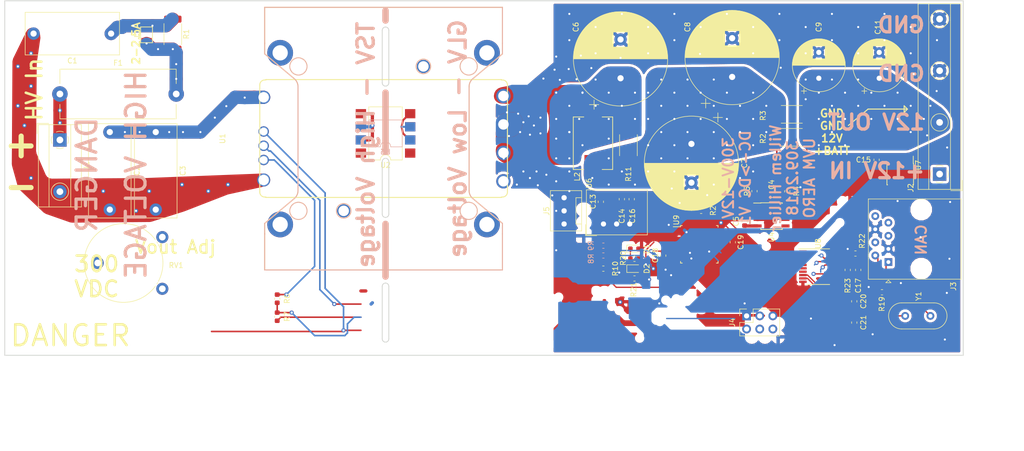
<source format=kicad_pcb>
(kicad_pcb (version 20171130) (host pcbnew "(5.0.0)")
  (layers (0 F.Cu signal) (31 B.Cu signal) (34 B.Paste user) (35 F.Paste user) (36 B.SilkS user) (37 F.SilkS user) (38 B.Mask user) (39 F.Mask user) (44 Edge.Cuts user))
  (net 0 "")
  (net 1 "Net-(C1-Pad1)")
  (net 2 /HV-)
  (net 3 "Net-(C4-Pad1)")
  (net 4 "Net-(C4-Pad2)")
  (net 5 GND)
  (net 6 +5V)
  (net 7 "Net-(C6-Pad1)")
  (net 8 /12V_UNMETERED)
  (net 9 +12V)
  (net 10 "Net-(C20-Pad1)")
  (net 11 "Net-(C21-Pad1)")
  (net 12 "Net-(D1-Pad1)")
  (net 13 /LED1)
  (net 14 /LED2)
  (net 15 "Net-(D2-Pad1)")
  (net 16 "Net-(F1-Pad1)")
  (net 17 /HV+)
  (net 18 "Net-(J3-Pad1)")
  (net 19 "Net-(J3-Pad2)")
  (net 20 /MISO)
  (net 21 /SCK)
  (net 22 /MOSI)
  (net 23 /RESET)
  (net 24 /TRIM)
  (net 25 "Net-(R6-Pad1)")
  (net 26 /FAULT)
  (net 27 /DC_DC_EN)
  (net 28 "Net-(R8-Pad2)")
  (net 29 /TRIM_EN)
  (net 30 /SCL)
  (net 31 /SDA)
  (net 32 "Net-(R22-Pad1)")
  (net 33 "Net-(R23-Pad2)")
  (net 34 /EN)
  (net 35 "Net-(U7-Pad1)")
  (net 36 "Net-(U7-Pad4)")
  (net 37 /D10)
  (net 38 "Net-(R10-Pad2)")
  (net 39 /DC_DC_FAULT)
  (net 40 /12V_SAFETY_IN)
  (module Connector_PinSocket_2.54mm:PinSocket_2x03_P2.54mm_Vertical (layer F.Cu) (at 214.63 144.78 90)
    (fp_text reference J4 (at -1.27 -2.77 90) (layer F.SilkS))
    (fp_text value Conn_02x03_Odd_Even)
    (pad 1 thru_hole rect (at 0 0 90) (size 1.7 1.7) (drill 1) (layers *.Cu *.Mask) (net 20 /MISO))
    (pad 2 thru_hole oval (at -2.54 0 90) (size 1.7 1.7) (drill 1) (layers *.Cu *.Mask) (net 6 +5V))
    (pad 3 thru_hole oval (at 0 2.54 90) (size 1.7 1.7) (drill 1) (layers *.Cu *.Mask) (net 21 /SCK))
    (pad 4 thru_hole oval (at -2.54 2.54 90) (size 1.7 1.7) (drill 1) (layers *.Cu *.Mask) (net 22 /MOSI))
    (pad 5 thru_hole oval (at 0 5.08 90) (size 1.7 1.7) (drill 1) (layers *.Cu *.Mask) (net 23 /RESET))
    (pad 6 thru_hole oval (at -2.54 5.08 90) (size 1.7 1.7) (drill 1) (layers *.Cu *.Mask) (net 5 GND))
  )
  (module Crystal:Crystal_HC49-U_Vertical (layer F.Cu) (at 250.19 144.78 180)
    (fp_text reference Y1 (at 2.286 3.81 270) (layer F.SilkS))
    (fp_text value 16MHz)
    (pad 1 thru_hole circle (at 0 0 180) (size 1.5 1.5) (drill 0.8) (layers *.Cu *.Mask) (net 10 "Net-(C20-Pad1)"))
    (pad 2 thru_hole circle (at 4.88 0 180) (size 1.5 1.5) (drill 0.8) (layers *.Cu *.Mask) (net 11 "Net-(C21-Pad1)"))
  )
  (module Capacitor_SMD:C_0603_1608Metric (layer F.Cu) (at 186.436 122.7075 270)
    (fp_text reference C13 (at -0.0255 1.524 270) (layer F.SilkS))
    (fp_text value 10uF)
    (pad 2 smd roundrect (at 0.7875 0 270) (size 0.875 0.95) (layers F.Cu F.Paste F.Mask) (net 5 GND))
    (pad 1 smd roundrect (at -0.7875 0 270) (size 0.875 0.95) (layers F.Cu F.Paste F.Mask) (net 40 /12V_SAFETY_IN))
  )
  (module Converter_DCDC:Converter_DCDC_RECOM_R-78E-0.5_THT (layer F.Cu) (at 186.944 127)
    (fp_text reference U6 (at -2.794 -7.874 90) (layer F.SilkS))
    (fp_text value R-78E5.0-0.5)
    (pad 1 thru_hole rect (at 0 0) (size 1.5 2.5) (drill 1) (layers *.Cu *.Mask) (net 40 /12V_SAFETY_IN))
    (pad 2 thru_hole oval (at 2.54 0) (size 1.5 2.5) (drill 1) (layers *.Cu *.Mask) (net 5 GND))
    (pad 3 thru_hole oval (at 5.08 0) (size 1.5 2.5) (drill 1) (layers *.Cu *.Mask) (net 6 +5V))
  )
  (module Capacitor_THT:CP_Radial_D10.0mm_P5.00mm (layer F.Cu) (at 240.284 98.806 90)
    (fp_text reference C11 (at 9.906 -0.254 90) (layer F.SilkS))
    (fp_text value 470uF)
    (pad 1 thru_hole rect (at 0 0 90) (size 2 2) (drill 1) (layers *.Cu *.Mask) (net 9 +12V))
    (pad 2 thru_hole circle (at 5 0 90) (size 2 2) (drill 1) (layers *.Cu *.Mask) (net 5 GND))
  )
  (module Capacitor_THT:CP_Radial_D10.0mm_P5.00mm (layer F.Cu) (at 228.6 98.806 90)
    (fp_text reference C9 (at 9.906 0 90) (layer F.SilkS))
    (fp_text value 470uF)
    (pad 2 thru_hole circle (at 5 0 90) (size 2 2) (drill 1) (layers *.Cu *.Mask) (net 5 GND))
    (pad 1 thru_hole rect (at 0 0 90) (size 2 2) (drill 1) (layers *.Cu *.Mask) (net 9 +12V))
  )
  (module Capacitor_THT:CP_Radial_D18.0mm_P7.50mm (layer F.Cu) (at 203.962 111.506 270)
    (fp_text reference C7 (at 3.75 -10.25 270) (layer F.SilkS))
    (fp_text value 4700uF)
    (pad 1 thru_hole rect (at 0 0 270) (size 2.4 2.4) (drill 1.2) (layers *.Cu *.Mask) (net 8 /12V_UNMETERED))
    (pad 2 thru_hole circle (at 7.5 0 270) (size 2.4 2.4) (drill 1.2) (layers *.Cu *.Mask) (net 5 GND))
  )
  (module Capacitor_THT:CP_Radial_D18.0mm_P7.50mm (layer F.Cu) (at 211.836 98.552 90)
    (fp_text reference C8 (at 9.652 -8.636 90) (layer F.SilkS))
    (fp_text value 4700uF)
    (pad 1 thru_hole rect (at 0 0 90) (size 2.4 2.4) (drill 1.2) (layers *.Cu *.Mask) (net 8 /12V_UNMETERED))
    (pad 2 thru_hole circle (at 7.5 0 90) (size 2.4 2.4) (drill 1.2) (layers *.Cu *.Mask) (net 5 GND))
  )
  (module Capacitor_THT:CP_Radial_D18.0mm_P7.50mm (layer F.Cu) (at 190.246 98.806 90)
    (fp_text reference C6 (at 9.906 -8.636 90) (layer F.SilkS))
    (fp_text value 4700uF)
    (pad 2 thru_hole circle (at 7.5 0 90) (size 2.4 2.4) (drill 1.2) (layers *.Cu *.Mask) (net 5 GND))
    (pad 1 thru_hole rect (at 0 0 90) (size 2.4 2.4) (drill 1.2) (layers *.Cu *.Mask) (net 7 "Net-(C6-Pad1)"))
  )
  (module "CustomFootprints:DCM4623TD2J13D0T70 w_landpattern" (layer F.Cu) (at 144.399 110.49)
    (fp_text reference U1 (at -31.15 0 90) (layer F.SilkS))
    (fp_text value DCM4623TD2J13D0T70)
    (pad 1 thru_hole circle (at -23.19 -8) (size 2.53 2.53) (drill 2.03) (layers *.Cu *.Mask) (net 1 "Net-(C1-Pad1)"))
    (pad 5 thru_hole circle (at -23.19 8) (size 2.53 2.53) (drill 2.03) (layers *.Cu *.Mask) (net 2 /HV-))
    (pad 2 thru_hole circle (at -23.19 -1.38) (size 2.02 2.02) (drill 1.52) (layers *.Cu *.Mask) (net 24 /TRIM))
    (pad 3 thru_hole circle (at -23.19 1.38) (size 2.02 2.02) (drill 1.52) (layers *.Cu *.Mask) (net 34 /EN))
    (pad 4 thru_hole circle (at -23.19 4.13) (size 2.02 2.02) (drill 1.52) (layers *.Cu *.Mask) (net 26 /FAULT))
    (pad 6 thru_hole circle (at 23.19 8.25) (size 2.79 2.79) (drill 2.03) (layers *.Cu *.Mask) (net 5 GND))
    (pad 7 thru_hole circle (at 23.19 2.75) (size 2.79 2.79) (drill 2.03) (layers *.Cu *.Mask) (net 7 "Net-(C6-Pad1)"))
    (pad 8 thru_hole circle (at 23.19 -2.75) (size 2.79 2.79) (drill 2.03) (layers *.Cu *.Mask) (net 5 GND))
    (pad 9 thru_hole circle (at 23.19 -8.25) (size 2.79 2.79) (drill 2.03) (layers *.Cu *.Mask) (net 7 "Net-(C6-Pad1)"))
    (pad "" np_thru_hole circle (at 16.47 -13.97) (size 3.1 3.1) (drill 3.1) (layers *.Cu *.Mask))
    (pad "" np_thru_hole circle (at -16.47 -13.97) (size 3.1 3.1) (drill 3.1) (layers *.Cu *.Mask))
    (pad "" np_thru_hole circle (at -16.47 13.97) (size 3.1 3.1) (drill 3.1) (layers *.Cu *.Mask))
    (pad "" np_thru_hole circle (at 16.47 13.97) (size 3.1 3.1) (drill 3.1) (layers *.Cu *.Mask))
    (pad "" thru_hole circle (at 7.71 -13.97) (size 2.79 2.79) (drill 2.03) (layers *.Cu *.Mask))
    (pad "" thru_hole circle (at -7.71 13.97) (size 2.79 2.79) (drill 2.03) (layers *.Cu *.Mask))
    (pad "" thru_hole circle (at 20 -16.6) (size 4.99 4.99) (drill 2.95) (layers *.Cu *.Mask))
    (pad "" thru_hole circle (at 20 16.6) (size 4.99 4.99) (drill 2.95) (layers *.Cu *.Mask))
    (pad "" thru_hole circle (at -20 -16.6) (size 4.99 4.99) (drill 2.95) (layers *.Cu *.Mask))
    (pad "" thru_hole circle (at -20 16.6) (size 4.99 4.99) (drill 2.95) (layers *.Cu *.Mask))
  )
  (module Capacitor_THT:C_Rect_L18.0mm_W8.0mm_P15.00mm_FKS3_FKP3 (layer F.Cu) (at 91.694 90.17 180)
    (fp_text reference C1 (at 7.5 -5.25 180) (layer F.SilkS))
    (fp_text value 0.68uF)
    (pad 1 thru_hole circle (at 0 0 180) (size 2.4 2.4) (drill 1.2) (layers *.Cu *.Mask) (net 1 "Net-(C1-Pad1)"))
    (pad 2 thru_hole circle (at 15 0 180) (size 2.4 2.4) (drill 1.2) (layers *.Cu *.Mask) (net 2 /HV-))
  )
  (module Capacitor_THT:C_Rect_L18.0mm_W8.0mm_P15.00mm_FKS3_FKP3 (layer F.Cu) (at 91.44 109.22 270)
    (fp_text reference C2 (at 7.5 -5.25 270) (layer F.SilkS))
    (fp_text value 0.68uF)
    (pad 1 thru_hole circle (at 0 0 270) (size 2.4 2.4) (drill 1.2) (layers *.Cu *.Mask) (net 1 "Net-(C1-Pad1)"))
    (pad 2 thru_hole circle (at 15 0 270) (size 2.4 2.4) (drill 1.2) (layers *.Cu *.Mask) (net 2 /HV-))
  )
  (module Capacitor_THT:C_Rect_L18.0mm_W8.0mm_P15.00mm_FKS3_FKP3 (layer F.Cu) (at 100.33 109.22 270)
    (fp_text reference C3 (at 7.5 -5.25 270) (layer F.SilkS))
    (fp_text value 0.68uF)
    (pad 2 thru_hole circle (at 15 0 270) (size 2.4 2.4) (drill 1.2) (layers *.Cu *.Mask) (net 2 /HV-))
    (pad 1 thru_hole circle (at 0 0 270) (size 2.4 2.4) (drill 1.2) (layers *.Cu *.Mask) (net 1 "Net-(C1-Pad1)"))
  )
  (module Capacitor_SMD:C_0603_1608Metric (layer F.Cu) (at 219.4305 121.412 180)
    (fp_text reference C4 (at -0.0255 2.032 270) (layer F.SilkS))
    (fp_text value 0.1uF)
    (pad 2 smd roundrect (at 0.7875 0 180) (size 0.875 0.95) (layers F.Cu F.Paste F.Mask) (net 4 "Net-(C4-Pad2)"))
    (pad 1 smd roundrect (at -0.7875 0 180) (size 0.875 0.95) (layers F.Cu F.Paste F.Mask) (net 3 "Net-(C4-Pad1)"))
  )
  (module Capacitor_SMD:C_0603_1608Metric (layer F.Cu) (at 214.249 126.5175 270)
    (fp_text reference C5 (at -0.0255 1.651 270) (layer F.SilkS))
    (fp_text value 0.1uF)
    (pad 2 smd roundrect (at 0.7875 0 270) (size 0.875 0.95) (layers F.Cu F.Paste F.Mask) (net 6 +5V))
    (pad 1 smd roundrect (at -0.7875 0 270) (size 0.875 0.95) (layers F.Cu F.Paste F.Mask) (net 5 GND))
  )
  (module Capacitor_SMD:C_0603_1608Metric (layer F.Cu) (at 190.5 122.1995 90)
    (fp_text reference C14 (at -3.2765 0 90) (layer F.SilkS))
    (fp_text value 0.1uF)
    (pad 1 smd roundrect (at -0.7875 0 90) (size 0.875 0.95) (layers F.Cu F.Paste F.Mask) (net 6 +5V))
    (pad 2 smd roundrect (at 0.7875 0 90) (size 0.875 0.95) (layers F.Cu F.Paste F.Mask) (net 5 GND))
  )
  (module Capacitor_SMD:C_0603_1608Metric (layer F.Cu) (at 239.776 114.5795 90)
    (fp_text reference C15 (at 0 -2.54 180) (layer F.SilkS))
    (fp_text value 0.1uF)
    (pad 2 smd roundrect (at 0.7875 0 90) (size 0.875 0.95) (layers F.Cu F.Paste F.Mask) (net 5 GND))
    (pad 1 smd roundrect (at -0.7875 0 90) (size 0.875 0.95) (layers F.Cu F.Paste F.Mask) (net 6 +5V))
  )
  (module Capacitor_SMD:C_0603_1608Metric (layer F.Cu) (at 192.405 122.1995 90)
    (fp_text reference C16 (at -3.2765 0.127 90) (layer F.SilkS))
    (fp_text value 10uF)
    (pad 1 smd roundrect (at -0.7875 0 90) (size 0.875 0.95) (layers F.Cu F.Paste F.Mask) (net 6 +5V))
    (pad 2 smd roundrect (at 0.7875 0 90) (size 0.875 0.95) (layers F.Cu F.Paste F.Mask) (net 5 GND))
  )
  (module Capacitor_SMD:C_0603_1608Metric (layer F.Cu) (at 236.22 135.89 270)
    (fp_text reference C17 (at 3.048 0 270) (layer F.SilkS))
    (fp_text value 0.1uF)
    (pad 1 smd roundrect (at -0.7875 0 270) (size 0.875 0.95) (layers F.Cu F.Paste F.Mask) (net 6 +5V))
    (pad 2 smd roundrect (at 0.7875 0 270) (size 0.875 0.95) (layers F.Cu F.Paste F.Mask) (net 5 GND))
  )
  (module Capacitor_SMD:C_0603_1608Metric (layer F.Cu) (at 198.501 133.1215 270)
    (fp_text reference C18 (at -0.0255 1.524 270) (layer F.SilkS))
    (fp_text value 0.1uF)
    (pad 1 smd roundrect (at -0.7875 0 270) (size 0.875 0.95) (layers F.Cu F.Paste F.Mask) (net 6 +5V))
    (pad 2 smd roundrect (at 0.7875 0 270) (size 0.875 0.95) (layers F.Cu F.Paste F.Mask) (net 5 GND))
  )
  (module Capacitor_SMD:C_0603_1608Metric (layer F.Cu) (at 211.963 130.5305 90)
    (fp_text reference C19 (at 0 1.524 90) (layer F.SilkS))
    (fp_text value 0.1uF)
    (pad 2 smd roundrect (at 0.7875 0 90) (size 0.875 0.95) (layers F.Cu F.Paste F.Mask) (net 5 GND))
    (pad 1 smd roundrect (at -0.7875 0 90) (size 0.875 0.95) (layers F.Cu F.Paste F.Mask) (net 6 +5V))
  )
  (module Capacitor_SMD:C_0603_1608Metric (layer F.Cu) (at 235.458 141.9605 90)
    (fp_text reference C20 (at 0 1.778 90) (layer F.SilkS))
    (fp_text value 22pF)
    (pad 1 smd roundrect (at -0.7875 0 90) (size 0.875 0.95) (layers F.Cu F.Paste F.Mask) (net 10 "Net-(C20-Pad1)"))
    (pad 2 smd roundrect (at 0.7875 0 90) (size 0.875 0.95) (layers F.Cu F.Paste F.Mask) (net 5 GND))
  )
  (module Capacitor_SMD:C_0603_1608Metric (layer F.Cu) (at 235.458 146.0755 270)
    (fp_text reference C21 (at 0 -1.778 270) (layer F.SilkS))
    (fp_text value 22pF)
    (pad 2 smd roundrect (at 0.7875 0 270) (size 0.875 0.95) (layers F.Cu F.Paste F.Mask) (net 5 GND))
    (pad 1 smd roundrect (at -0.7875 0 270) (size 0.875 0.95) (layers F.Cu F.Paste F.Mask) (net 11 "Net-(C21-Pad1)"))
  )
  (module LED_SMD:LED_0603_1608Metric (layer F.Cu) (at 192.9385 131.826)
    (fp_text reference D1 (at 2.3875 0 90) (layer F.SilkS))
    (fp_text value LED)
    (pad 1 smd roundrect (at -0.7875 0) (size 0.875 0.95) (layers F.Cu F.Paste F.Mask) (net 12 "Net-(D1-Pad1)"))
    (pad 2 smd roundrect (at 0.7875 0) (size 0.875 0.95) (layers F.Cu F.Paste F.Mask) (net 13 /LED1))
  )
  (module LED_SMD:LED_0603_1608Metric (layer F.Cu) (at 192.9385 135.636)
    (fp_text reference D2 (at 2.3875 0 90) (layer F.SilkS))
    (fp_text value LED)
    (pad 2 smd roundrect (at 0.7875 0) (size 0.875 0.95) (layers F.Cu F.Paste F.Mask) (net 14 /LED2))
    (pad 1 smd roundrect (at -0.7875 0) (size 0.875 0.95) (layers F.Cu F.Paste F.Mask) (net 15 "Net-(D2-Pad1)"))
  )
  (module Fuse:Fuseholder_Cylinder-5x20mm_Schurter_0031_8201_Horizontal_Open (layer F.Cu) (at 81.788 101.854)
    (fp_text reference F1 (at 11.25 -6) (layer F.SilkS))
    (fp_text value 2.5A)
    (pad 1 thru_hole circle (at 0 0) (size 3 3) (drill 1.3) (layers *.Cu *.Mask) (net 16 "Net-(F1-Pad1)"))
    (pad 2 thru_hole circle (at 22.5 0) (size 3 3) (drill 1.3) (layers *.Cu *.Mask) (net 17 /HV+))
    (pad "" np_thru_hole circle (at 11.25 0) (size 2.7 2.7) (drill 2.7) (layers *.Cu *.Mask))
  )
  (module TerminalBlock_MetzConnect:TerminalBlock_MetzConnect_Type067_RT01902HDWC_1x02_P10.00mm_Horizontal (layer F.Cu) (at 81.788 110.744 270)
    (fp_text reference J1 (at 5 -5.16 270) (layer F.SilkS))
    (fp_text value TSV)
    (pad 1 thru_hole rect (at 0 0 270) (size 2.6 2.6) (drill 1.3) (layers *.Cu *.Mask) (net 16 "Net-(F1-Pad1)"))
    (pad 2 thru_hole circle (at 10 0 270) (size 2.6 2.6) (drill 1.3) (layers *.Cu *.Mask) (net 2 /HV-))
  )
  (module TerminalBlock_MetzConnect:TerminalBlock_MetzConnect_Type067_RT01904HDWC_1x04_P10.00mm_Horizontal (layer F.Cu) (at 251.968 117.348 90)
    (fp_text reference J2 (at -2.667 -5.588 90) (layer F.SilkS))
    (fp_text value 12V_OUT)
    (pad 1 thru_hole rect (at 0 0 90) (size 2.6 2.6) (drill 1.3) (layers *.Cu *.Mask) (net 40 /12V_SAFETY_IN))
    (pad 2 thru_hole circle (at 10 0 90) (size 2.6 2.6) (drill 1.3) (layers *.Cu *.Mask) (net 9 +12V))
    (pad 3 thru_hole circle (at 20 0 90) (size 2.6 2.6) (drill 1.3) (layers *.Cu *.Mask) (net 5 GND))
    (pad 4 thru_hole circle (at 30 0 90) (size 2.6 2.6) (drill 1.3) (layers *.Cu *.Mask) (net 5 GND))
  )
  (module Connector_RJ:RJ45_Amphenol_54602-x08_Horizontal (layer F.Cu) (at 242.062 134.366 90)
    (fp_text reference J3 (at -4.699 12.573 90) (layer F.SilkS))
    (fp_text value RJ45)
    (pad "" np_thru_hole circle (at 10.16 6.35 90) (size 3.2 3.2) (drill 3.2) (layers *.Cu *.Mask))
    (pad "" np_thru_hole circle (at -1.27 6.35 90) (size 3.2 3.2) (drill 3.2) (layers *.Cu *.Mask))
    (pad 1 thru_hole rect (at 0 0 90) (size 1.5 1.5) (drill 0.76) (layers *.Cu *.Mask) (net 18 "Net-(J3-Pad1)"))
    (pad 2 thru_hole circle (at 1.27 -2.54 90) (size 1.5 1.5) (drill 0.76) (layers *.Cu *.Mask) (net 19 "Net-(J3-Pad2)"))
    (pad 3 thru_hole circle (at 2.54 0 90) (size 1.5 1.5) (drill 0.76) (layers *.Cu *.Mask) (net 5 GND))
    (pad 4 thru_hole circle (at 3.81 -2.54 90) (size 1.5 1.5) (drill 0.76) (layers *.Cu *.Mask))
    (pad 5 thru_hole circle (at 5.08 0 90) (size 1.5 1.5) (drill 0.76) (layers *.Cu *.Mask))
    (pad 6 thru_hole circle (at 6.35 -2.54 90) (size 1.5 1.5) (drill 0.76) (layers *.Cu *.Mask) (net 5 GND))
    (pad 7 thru_hole circle (at 7.62 0 90) (size 1.5 1.5) (drill 0.76) (layers *.Cu *.Mask))
    (pad 8 thru_hole circle (at 8.89 -2.54 90) (size 1.5 1.5) (drill 0.76) (layers *.Cu *.Mask))
  )
  (module Resistor_SMD:R_2512_6332Metric (layer F.Cu) (at 103.632 90.276 270)
    (fp_text reference R1 (at 0 -2.62 270) (layer F.SilkS))
    (fp_text value 1Ω)
    (pad 1 smd roundrect (at -2.9 0 270) (size 1.35 3.35) (layers F.Cu F.Paste F.Mask) (roundrect_rratio 0.185185) (net 1 "Net-(C1-Pad1)"))
    (pad 2 smd roundrect (at 2.9 0 270) (size 1.35 3.35) (layers F.Cu F.Paste F.Mask) (roundrect_rratio 0.185185) (net 17 /HV+))
  )
  (module Resistor_SMD:R_0603_1608Metric (layer F.Cu) (at 222.504 120.6755 90)
    (fp_text reference R4 (at 0.0255 1.778 90) (layer F.SilkS))
    (fp_text value 10)
    (pad 1 smd roundrect (at -0.7875 0 90) (size 0.875 0.95) (layers F.Cu F.Paste F.Mask) (net 3 "Net-(C4-Pad1)"))
    (pad 2 smd roundrect (at 0.7875 0 90) (size 0.875 0.95) (layers F.Cu F.Paste F.Mask) (net 9 +12V))
  )
  (module Resistor_SMD:R_0603_1608Metric (layer F.Cu) (at 216.154 120.65 90)
    (fp_text reference R5 (at 0 -1.43 90) (layer F.SilkS))
    (fp_text value 10)
    (pad 2 smd roundrect (at 0.7875 0 90) (size 0.875 0.95) (layers F.Cu F.Paste F.Mask) (net 8 /12V_UNMETERED))
    (pad 1 smd roundrect (at -0.7875 0 90) (size 0.875 0.95) (layers F.Cu F.Paste F.Mask) (net 4 "Net-(C4-Pad2)"))
  )
  (module Resistor_SMD:R_0603_1608Metric (layer F.Cu) (at 123.825 141.4525 90)
    (fp_text reference R6 (at 0 1.905 90) (layer F.SilkS))
    (fp_text value 1k)
    (pad 1 smd roundrect (at -0.7875 0 90) (size 0.875 0.95) (layers F.Cu F.Paste F.Mask) (net 25 "Net-(R6-Pad1)"))
    (pad 2 smd roundrect (at 0.7875 0 90) (size 0.875 0.95) (layers F.Cu F.Paste F.Mask) (net 26 /FAULT))
  )
  (module Resistor_SMD:R_0603_1608Metric (layer F.Cu) (at 123.825 144.9325 270)
    (fp_text reference R7 (at 0 -1.905 90) (layer F.SilkS))
    (fp_text value 50k)
    (pad 2 smd roundrect (at 0.7875 0 270) (size 0.875 0.95) (layers F.Cu F.Paste F.Mask) (net 2 /HV-))
    (pad 1 smd roundrect (at -0.7875 0 270) (size 0.875 0.95) (layers F.Cu F.Paste F.Mask) (net 25 "Net-(R6-Pad1)"))
  )
  (module Resistor_SMD:R_0603_1608Metric (layer B.Cu) (at 186.9185 133.096 180)
    (fp_text reference R8 (at 2.3875 -0.635 270) (layer B.SilkS) (effects (justify mirror)))
    (fp_text value 1k)
    (pad 1 smd roundrect (at -0.7875 0 180) (size 0.875 0.95) (layers B.Cu B.Paste B.Mask) (net 27 /DC_DC_EN))
    (pad 2 smd roundrect (at 0.7875 0 180) (size 0.875 0.95) (layers B.Cu B.Paste B.Mask) (net 28 "Net-(R8-Pad2)"))
  )
  (module Resistor_SMD:R_0603_1608Metric (layer B.Cu) (at 186.9185 131.191 180)
    (fp_text reference R9 (at 2.3875 0 270) (layer B.SilkS) (effects (justify mirror)))
    (fp_text value 10k)
    (pad 1 smd roundrect (at -0.7875 0 180) (size 0.875 0.95) (layers B.Cu B.Paste B.Mask) (net 39 /DC_DC_FAULT))
    (pad 2 smd roundrect (at 0.7875 0 180) (size 0.875 0.95) (layers B.Cu B.Paste B.Mask) (net 6 +5V))
  )
  (module Resistor_SMD:R_0603_1608Metric (layer F.Cu) (at 186.9185 135.636 180)
    (fp_text reference R10 (at -2.3115 0 270) (layer F.SilkS))
    (fp_text value 1k)
    (pad 1 smd roundrect (at -0.7875 0 180) (size 0.875 0.95) (layers F.Cu F.Paste F.Mask) (net 29 /TRIM_EN))
    (pad 2 smd roundrect (at 0.7875 0 180) (size 0.875 0.95) (layers F.Cu F.Paste F.Mask) (net 38 "Net-(R10-Pad2)"))
  )
  (module Resistor_SMD:R_2512_6332Metric (layer F.Cu) (at 191.77 111.76 90)
    (fp_text reference R11 (at -5.588 0 90) (layer F.SilkS))
    (fp_text value 1Ω)
    (pad 1 smd roundrect (at -2.9 0 90) (size 1.35 3.35) (layers F.Cu F.Paste F.Mask) (roundrect_rratio 0.185185) (net 8 /12V_UNMETERED))
    (pad 2 smd roundrect (at 2.9 0 90) (size 1.35 3.35) (layers F.Cu F.Paste F.Mask) (roundrect_rratio 0.185185) (net 7 "Net-(C6-Pad1)"))
  )
  (module Resistor_SMD:R_0603_1608Metric (layer F.Cu) (at 240.8175 140.208 180)
    (fp_text reference R19 (at 0.0255 -2.286 270) (layer F.SilkS))
    (fp_text value R_US)
    (pad 1 smd roundrect (at -0.7875 0 180) (size 0.875 0.95) (layers F.Cu F.Paste F.Mask) (net 18 "Net-(J3-Pad1)"))
    (pad 2 smd roundrect (at 0.7875 0 180) (size 0.875 0.95) (layers F.Cu F.Paste F.Mask) (net 19 "Net-(J3-Pad2)"))
  )
  (module Resistor_SMD:R_0603_1608Metric (layer F.Cu) (at 192.9385 133.731 180)
    (fp_text reference R20 (at 2.1845 0.127 270) (layer F.SilkS))
    (fp_text value 1k)
    (pad 2 smd roundrect (at 0.7875 0 180) (size 0.875 0.95) (layers F.Cu F.Paste F.Mask) (net 12 "Net-(D1-Pad1)"))
    (pad 1 smd roundrect (at -0.7875 0 180) (size 0.875 0.95) (layers F.Cu F.Paste F.Mask) (net 5 GND))
  )
  (module Resistor_SMD:R_0603_1608Metric (layer F.Cu) (at 192.9385 137.541 180)
    (fp_text reference R21 (at 0.1525 -2.159 270) (layer F.SilkS))
    (fp_text value 1k)
    (pad 1 smd roundrect (at -0.7875 0 180) (size 0.875 0.95) (layers F.Cu F.Paste F.Mask) (net 5 GND))
    (pad 2 smd roundrect (at 0.7875 0 180) (size 0.875 0.95) (layers F.Cu F.Paste F.Mask) (net 15 "Net-(D2-Pad1)"))
  )
  (module Resistor_SMD:R_0603_1608Metric (layer F.Cu) (at 235.6865 132.715 180)
    (fp_text reference R22 (at -1.2955 2.413 270) (layer F.SilkS))
    (fp_text value 10k)
    (pad 2 smd roundrect (at 0.7875 0 180) (size 0.875 0.95) (layers F.Cu F.Paste F.Mask) (net 5 GND))
    (pad 1 smd roundrect (at -0.7875 0 180) (size 0.875 0.95) (layers F.Cu F.Paste F.Mask) (net 32 "Net-(R22-Pad1)"))
  )
  (module Resistor_SMD:R_0603_1608Metric (layer F.Cu) (at 234.188 135.89 270)
    (fp_text reference R23 (at 3.048 0 270) (layer F.SilkS))
    (fp_text value 10k)
    (pad 1 smd roundrect (at -0.7875 0 270) (size 0.875 0.95) (layers F.Cu F.Paste F.Mask) (net 6 +5V))
    (pad 2 smd roundrect (at 0.7875 0 270) (size 0.875 0.95) (layers F.Cu F.Paste F.Mask) (net 33 "Net-(R23-Pad2)"))
  )
  (module Resistor_SMD:R_0603_1608Metric (layer F.Cu) (at 205.8415 124.46 180)
    (fp_text reference R24 (at -2.3115 0.508 270) (layer F.SilkS))
    (fp_text value 10k)
    (pad 2 smd roundrect (at 0.7875 0 180) (size 0.875 0.95) (layers F.Cu F.Paste F.Mask) (net 23 /RESET))
    (pad 1 smd roundrect (at -0.7875 0 180) (size 0.875 0.95) (layers F.Cu F.Paste F.Mask) (net 6 +5V))
  )
  (module Package_SO:SOIC-8_3.9x4.9mm_P1.27mm (layer F.Cu) (at 219.456 125.476)
    (fp_text reference U4 (at 0 4.064 90) (layer F.SilkS))
    (fp_text value INA219)
    (pad 8 smd rect (at 2.7 -1.905) (size 1.55 0.6) (layers F.Cu F.Paste F.Mask) (net 5 GND))
    (pad 7 smd rect (at 2.7 -0.635) (size 1.55 0.6) (layers F.Cu F.Paste F.Mask) (net 5 GND))
    (pad 6 smd rect (at 2.7 0.635) (size 1.55 0.6) (layers F.Cu F.Paste F.Mask) (net 31 /SDA))
    (pad 5 smd rect (at 2.7 1.905) (size 1.55 0.6) (layers F.Cu F.Paste F.Mask) (net 30 /SCL))
    (pad 4 smd rect (at -2.7 1.905) (size 1.55 0.6) (layers F.Cu F.Paste F.Mask) (net 6 +5V))
    (pad 3 smd rect (at -2.7 0.635) (size 1.55 0.6) (layers F.Cu F.Paste F.Mask) (net 5 GND))
    (pad 2 smd rect (at -2.7 -0.635) (size 1.55 0.6) (layers F.Cu F.Paste F.Mask) (net 4 "Net-(C4-Pad2)"))
    (pad 1 smd rect (at -2.7 -1.905) (size 1.55 0.6) (layers F.Cu F.Paste F.Mask) (net 3 "Net-(C4-Pad1)"))
  )
  (module Package_SO:SOIC-8_3.9x4.9mm_P1.27mm (layer F.Cu) (at 244.348 117.348 270)
    (fp_text reference U7 (at -1.704489 -3.5 270) (layer F.SilkS))
    (fp_text value MCP2551-I-SN)
    (pad 1 smd rect (at -2.7 -1.905 270) (size 1.55 0.6) (layers F.Cu F.Paste F.Mask) (net 35 "Net-(U7-Pad1)"))
    (pad 2 smd rect (at -2.7 -0.635 270) (size 1.55 0.6) (layers F.Cu F.Paste F.Mask) (net 5 GND))
    (pad 3 smd rect (at -2.7 0.635 270) (size 1.55 0.6) (layers F.Cu F.Paste F.Mask) (net 6 +5V))
    (pad 4 smd rect (at -2.7 1.905 270) (size 1.55 0.6) (layers F.Cu F.Paste F.Mask) (net 36 "Net-(U7-Pad4)"))
    (pad 5 smd rect (at 2.7 1.905 270) (size 1.55 0.6) (layers F.Cu F.Paste F.Mask))
    (pad 6 smd rect (at 2.7 0.635 270) (size 1.55 0.6) (layers F.Cu F.Paste F.Mask) (net 19 "Net-(J3-Pad2)"))
    (pad 7 smd rect (at 2.7 -0.635 270) (size 1.55 0.6) (layers F.Cu F.Paste F.Mask) (net 18 "Net-(J3-Pad1)"))
    (pad 8 smd rect (at 2.7 -1.905 270) (size 1.55 0.6) (layers F.Cu F.Paste F.Mask) (net 32 "Net-(R22-Pad1)"))
  )
  (module Package_SO:TSSOP-20_4.4x6.5mm_P0.65mm (layer F.Cu) (at 228.473 135.255)
    (fp_text reference U8 (at 0 -4.445 90) (layer F.SilkS))
    (fp_text value MCP2515-IST)
    (pad 1 smd rect (at -2.95 -2.925) (size 1.45 0.45) (layers F.Cu F.Paste F.Mask) (net 35 "Net-(U7-Pad1)"))
    (pad 2 smd rect (at -2.95 -2.275) (size 1.45 0.45) (layers F.Cu F.Paste F.Mask) (net 36 "Net-(U7-Pad4)"))
    (pad 3 smd rect (at -2.95 -1.625) (size 1.45 0.45) (layers F.Cu F.Paste F.Mask))
    (pad 4 smd rect (at -2.95 -0.975) (size 1.45 0.45) (layers F.Cu F.Paste F.Mask))
    (pad 5 smd rect (at -2.95 -0.325) (size 1.45 0.45) (layers F.Cu F.Paste F.Mask))
    (pad 6 smd rect (at -2.95 0.325) (size 1.45 0.45) (layers F.Cu F.Paste F.Mask))
    (pad 7 smd rect (at -2.95 0.975) (size 1.45 0.45) (layers F.Cu F.Paste F.Mask))
    (pad 8 smd rect (at -2.95 1.625) (size 1.45 0.45) (layers F.Cu F.Paste F.Mask) (net 10 "Net-(C20-Pad1)"))
    (pad 9 smd rect (at -2.95 2.275) (size 1.45 0.45) (layers F.Cu F.Paste F.Mask) (net 11 "Net-(C21-Pad1)"))
    (pad 10 smd rect (at -2.95 2.925) (size 1.45 0.45) (layers F.Cu F.Paste F.Mask) (net 5 GND))
    (pad 11 smd rect (at 2.95 2.925) (size 1.45 0.45) (layers F.Cu F.Paste F.Mask))
    (pad 12 smd rect (at 2.95 2.275) (size 1.45 0.45) (layers F.Cu F.Paste F.Mask))
    (pad 13 smd rect (at 2.95 1.625) (size 1.45 0.45) (layers F.Cu F.Paste F.Mask))
    (pad 14 smd rect (at 2.95 0.975) (size 1.45 0.45) (layers F.Cu F.Paste F.Mask) (net 21 /SCK))
    (pad 15 smd rect (at 2.95 0.325) (size 1.45 0.45) (layers F.Cu F.Paste F.Mask))
    (pad 16 smd rect (at 2.95 -0.325) (size 1.45 0.45) (layers F.Cu F.Paste F.Mask) (net 22 /MOSI))
    (pad 17 smd rect (at 2.95 -0.975) (size 1.45 0.45) (layers F.Cu F.Paste F.Mask) (net 20 /MISO))
    (pad 18 smd rect (at 2.95 -1.625) (size 1.45 0.45) (layers F.Cu F.Paste F.Mask) (net 37 /D10))
    (pad 19 smd rect (at 2.95 -2.275) (size 1.45 0.45) (layers F.Cu F.Paste F.Mask) (net 33 "Net-(R23-Pad2)"))
    (pad 20 smd rect (at 2.95 -2.925) (size 1.45 0.45) (layers F.Cu F.Paste F.Mask) (net 6 +5V))
  )
  (module Package_QFP:TQFP-32_7x7mm_P0.8mm (layer F.Cu) (at 205.486 130.937)
    (fp_text reference U9 (at -4.445 -4.699 90) (layer F.SilkS))
    (fp_text value ATmega328P-AU)
    (pad 1 smd rect (at -4.25 -2.8) (size 1.6 0.55) (layers F.Cu F.Paste F.Mask) (net 39 /DC_DC_FAULT))
    (pad 2 smd rect (at -4.25 -2) (size 1.6 0.55) (layers F.Cu F.Paste F.Mask) (net 27 /DC_DC_EN))
    (pad 3 smd rect (at -4.25 -1.2) (size 1.6 0.55) (layers F.Cu F.Paste F.Mask) (net 5 GND))
    (pad 4 smd rect (at -4.25 -0.4) (size 1.6 0.55) (layers F.Cu F.Paste F.Mask) (net 6 +5V))
    (pad 5 smd rect (at -4.25 0.4) (size 1.6 0.55) (layers F.Cu F.Paste F.Mask) (net 5 GND))
    (pad 6 smd rect (at -4.25 1.2) (size 1.6 0.55) (layers F.Cu F.Paste F.Mask) (net 6 +5V))
    (pad 7 smd rect (at -4.25 2) (size 1.6 0.55) (layers F.Cu F.Paste F.Mask))
    (pad 8 smd rect (at -4.25 2.8) (size 1.6 0.55) (layers F.Cu F.Paste F.Mask))
    (pad 9 smd rect (at -2.8 4.25 90) (size 1.6 0.55) (layers F.Cu F.Paste F.Mask) (net 29 /TRIM_EN))
    (pad 10 smd rect (at -2 4.25 90) (size 1.6 0.55) (layers F.Cu F.Paste F.Mask))
    (pad 11 smd rect (at -1.2 4.25 90) (size 1.6 0.55) (layers F.Cu F.Paste F.Mask))
    (pad 12 smd rect (at -0.4 4.25 90) (size 1.6 0.55) (layers F.Cu F.Paste F.Mask))
    (pad 13 smd rect (at 0.4 4.25 90) (size 1.6 0.55) (layers F.Cu F.Paste F.Mask))
    (pad 14 smd rect (at 1.2 4.25 90) (size 1.6 0.55) (layers F.Cu F.Paste F.Mask) (net 37 /D10))
    (pad 15 smd rect (at 2 4.25 90) (size 1.6 0.55) (layers F.Cu F.Paste F.Mask) (net 22 /MOSI))
    (pad 16 smd rect (at 2.8 4.25 90) (size 1.6 0.55) (layers F.Cu F.Paste F.Mask) (net 20 /MISO))
    (pad 17 smd rect (at 4.25 2.8) (size 1.6 0.55) (layers F.Cu F.Paste F.Mask) (net 21 /SCK))
    (pad 18 smd rect (at 4.25 2) (size 1.6 0.55) (layers F.Cu F.Paste F.Mask) (net 6 +5V))
    (pad 19 smd rect (at 4.25 1.2) (size 1.6 0.55) (layers F.Cu F.Paste F.Mask))
    (pad 20 smd rect (at 4.25 0.4) (size 1.6 0.55) (layers F.Cu F.Paste F.Mask) (net 6 +5V))
    (pad 21 smd rect (at 4.25 -0.4) (size 1.6 0.55) (layers F.Cu F.Paste F.Mask) (net 5 GND))
    (pad 22 smd rect (at 4.25 -1.2) (size 1.6 0.55) (layers F.Cu F.Paste F.Mask))
    (pad 23 smd rect (at 4.25 -2) (size 1.6 0.55) (layers F.Cu F.Paste F.Mask))
    (pad 24 smd rect (at 4.25 -2.8) (size 1.6 0.55) (layers F.Cu F.Paste F.Mask))
    (pad 25 smd rect (at 2.8 -4.25 90) (size 1.6 0.55) (layers F.Cu F.Paste F.Mask))
    (pad 26 smd rect (at 2 -4.25 90) (size 1.6 0.55) (layers F.Cu F.Paste F.Mask))
    (pad 27 smd rect (at 1.2 -4.25 90) (size 1.6 0.55) (layers F.Cu F.Paste F.Mask) (net 31 /SDA))
    (pad 28 smd rect (at 0.4 -4.25 90) (size 1.6 0.55) (layers F.Cu F.Paste F.Mask) (net 30 /SCL))
    (pad 29 smd rect (at -0.4 -4.25 90) (size 1.6 0.55) (layers F.Cu F.Paste F.Mask) (net 23 /RESET))
    (pad 30 smd rect (at -1.2 -4.25 90) (size 1.6 0.55) (layers F.Cu F.Paste F.Mask))
    (pad 31 smd rect (at -2 -4.25 90) (size 1.6 0.55) (layers F.Cu F.Paste F.Mask) (net 13 /LED1))
    (pad 32 smd rect (at -2.8 -4.25 90) (size 1.6 0.55) (layers F.Cu F.Paste F.Mask) (net 14 /LED2))
  )
  (module Resistor_SMD:R_2512_6332Metric (layer F.Cu) (at 223.372 110.236)
    (fp_text reference R2 (at -5.567 0.254 90) (layer F.SilkS))
    (fp_text value 0.02)
    (pad 2 smd roundrect (at 2.9 0) (size 1.35 3.35) (layers F.Cu F.Paste F.Mask) (roundrect_rratio 0.185185) (net 9 +12V))
    (pad 1 smd roundrect (at -2.9 0) (size 1.35 3.35) (layers F.Cu F.Paste F.Mask) (roundrect_rratio 0.185185) (net 8 /12V_UNMETERED))
  )
  (module Resistor_SMD:R_2512_6332Metric (layer F.Cu) (at 223.372 105.791)
    (fp_text reference R3 (at -5.567 0.254 90) (layer F.SilkS))
    (fp_text value 0.02)
    (pad 1 smd roundrect (at -2.9 0) (size 1.35 3.35) (layers F.Cu F.Paste F.Mask) (roundrect_rratio 0.185185) (net 8 /12V_UNMETERED))
    (pad 2 smd roundrect (at 2.9 0) (size 1.35 3.35) (layers F.Cu F.Paste F.Mask) (roundrect_rratio 0.185185) (net 9 +12V))
  )
  (module Connector:FanPinHeader_1x03_P2.54mm_Vertical (layer F.Cu) (at 179.324 127 90)
    (fp_text reference J5 (at 2.5 -3.4 90) (layer F.SilkS))
    (fp_text value FAN)
    (pad 1 thru_hole rect (at 0 0 180) (size 2.03 1.73) (drill 1.02) (layers *.Cu *.Mask) (net 5 GND))
    (pad 2 thru_hole oval (at 2.54 0 180) (size 2.03 1.73) (drill 1.02) (layers *.Cu *.Mask) (net 40 /12V_SAFETY_IN))
    (pad 3 thru_hole oval (at 5.08 0 180) (size 2.03 1.73) (drill 1.02) (layers *.Cu *.Mask))
  )
  (module CustomFootprints:Murata_DFE252012P_Inductor (layer F.Cu) (at 98.552 90.408 90)
    (fp_text reference L1 (at 0.3175 -1.8415 90) (layer F.SilkS))
    (fp_text value 1uH)
    (pad 1 smd rect (at -1 0 90) (size 0.8 2) (layers F.Cu F.Paste F.Mask) (net 17 /HV+))
    (pad 2 smd rect (at 1 0 90) (size 0.8 2) (layers F.Cu F.Paste F.Mask) (net 1 "Net-(C1-Pad1)"))
  )
  (module CustomFootprints:PA2607 (layer F.Cu) (at 184.912 111.376 270)
    (fp_text reference L2 (at 6.48 3.048 270) (layer F.SilkS))
    (fp_text value 0.15uH)
    (pad 1 smd rect (at -3.935 0 270) (size 3.3 3.3) (layers F.Cu F.Paste F.Mask) (net 7 "Net-(C6-Pad1)"))
    (pad 2 smd rect (at 3.935 0 270) (size 3.3 3.3) (layers F.Cu F.Paste F.Mask) (net 8 /12V_UNMETERED))
  )
  (module Potentiometer_THT:Potentiometer_Piher_PT-15-V02_Vertical (layer F.Cu) (at 101.6 129.54 180)
    (fp_text reference RV1 (at -2.667 -5.461 180) (layer F.SilkS))
    (fp_text value 5k)
    (pad 3 thru_hole circle (at 0 -10 180) (size 2.34 2.34) (drill 1.3) (layers *.Cu *.Mask) (net 24 /TRIM))
    (pad 2 thru_hole circle (at 12.5 -5 180) (size 2.34 2.34) (drill 1.3) (layers *.Cu *.Mask) (net 2 /HV-))
    (pad 1 thru_hole circle (at 0 0 180) (size 2.34 2.34) (drill 1.3) (layers *.Cu *.Mask))
  )
  (module Package_DIP:SMDIP-8_W9.53mm (layer F.Cu) (at 144.78 109.474 180)
    (fp_text reference U2 (at 0 -6.14 180) (layer F.SilkS))
    (fp_text value LTV-827S)
    (pad 1 smd rect (at -4.765 -3.81 180) (size 2 1.78) (layers F.Cu F.Paste F.Mask) (net 38 "Net-(R10-Pad2)"))
    (pad 5 smd rect (at 4.765 3.81 180) (size 2 1.78) (layers F.Cu F.Paste F.Mask) (net 2 /HV-))
    (pad 2 smd rect (at -4.765 -1.27 180) (size 2 1.78) (layers F.Cu F.Paste F.Mask) (net 5 GND))
    (pad 6 smd rect (at 4.765 1.27 180) (size 2 1.78) (layers F.Cu F.Paste F.Mask) (net 34 /EN))
    (pad 3 smd rect (at -4.765 1.27 180) (size 2 1.78) (layers F.Cu F.Paste F.Mask) (net 28 "Net-(R8-Pad2)"))
    (pad 7 smd rect (at 4.765 -1.27 180) (size 2 1.78) (layers F.Cu F.Paste F.Mask) (net 2 /HV-))
    (pad 4 smd rect (at -4.765 3.81 180) (size 2 1.78) (layers F.Cu F.Paste F.Mask) (net 5 GND))
    (pad 8 smd rect (at 4.765 -3.81 180) (size 2 1.78) (layers F.Cu F.Paste F.Mask) (net 24 /TRIM))
  )
  (module Package_DIP:SMDIP-4_W9.53mm (layer B.Cu) (at 144.78 109.474)
    (fp_text reference U3 (at 0 3.6) (layer B.SilkS) (effects (justify mirror)))
    (fp_text value LTV-817S)
    (pad 1 smd rect (at -4.765 1.27) (size 2 1.78) (layers B.Cu B.Paste B.Mask) (net 25 "Net-(R6-Pad1)"))
    (pad 3 smd rect (at 4.765 -1.27) (size 2 1.78) (layers B.Cu B.Paste B.Mask) (net 5 GND))
    (pad 2 smd rect (at -4.765 -1.27) (size 2 1.78) (layers B.Cu B.Paste B.Mask) (net 2 /HV-))
    (pad 4 smd rect (at 4.765 1.27) (size 2 1.78) (layers B.Cu B.Paste B.Mask) (net 39 /DC_DC_FAULT))
  )
  (gr_text "GND\n\nGND\n\n12V OUT\n\n+12V IN" (at 249.428 102.616) (layer B.SilkS) (effects (font (size 2.921 2.921) (thickness 0.635)) (justify left mirror)))
  (gr_text "GLV - Low Voltage" (at 158.75 110.49 90) (layer B.SilkS) (effects (font (size 3.175 3.175) (thickness 0.635)) (justify mirror)))
  (gr_text CAN (at 248.412 130.048 90) (layer B.SilkS) (effects (font (size 2.032 2.032) (thickness 0.381)) (justify mirror)))
  (gr_text "300V-12V\nDC->DC V1" (at 212.725 118.11 90) (layer B.SilkS) (effects (font (size 2.032 2.032) (thickness 0.381)) (justify mirror)))
  (gr_text "Willem Hillier\n309.2018\nUVM AERO" (at 223.52 118.11 90) (layer B.SilkS) (effects (font (size 2.032 2.032) (thickness 0.381)) (justify mirror)))
  (gr_line (start 144.78 85.725) (end 144.78 87.63) (layer B.SilkS) (width 1.27))
  (gr_line (start 144.78 127) (end 144.78 137.16) (layer B.SilkS) (width 1.27))
  (gr_line (start 144.78 101.6) (end 144.78 113.03) (layer B.SilkS) (width 1.27))
  (gr_text "HIGH VOLTAGE" (at 96.52 117.475 90) (layer B.SilkS) (effects (font (size 3.81 3.81) (thickness 0.635)) (justify mirror)))
  (gr_text DANGER (at 86.995 117.475 90) (layer B.SilkS) (effects (font (size 3.81 3.81) (thickness 0.635)) (justify mirror)))
  (gr_text "TSV - High Voltage" (at 140.97 111.692754 90) (layer B.SilkS) (effects (font (size 3.175 3.175) (thickness 0.635)) (justify mirror)))
  (gr_line (start 145.415 89.535) (end 145.415 99.695) (layer Edge.Cuts) (width 0.15))
  (gr_arc (start 144.78 99.695) (end 144.145 99.695) (angle -180) (layer Edge.Cuts) (width 0.15))
  (gr_arc (start 144.78 89.535) (end 145.415 89.535) (angle -180) (layer Edge.Cuts) (width 0.15))
  (gr_line (start 144.145 99.695) (end 144.145 89.535) (layer Edge.Cuts) (width 0.15))
  (gr_arc (start 144.78 125.095) (end 144.145 125.095) (angle -180) (layer Edge.Cuts) (width 0.15))
  (gr_arc (start 144.78 114.935) (end 145.415 114.935) (angle -180) (layer Edge.Cuts) (width 0.15))
  (gr_line (start 145.415 114.935) (end 145.415 125.095) (layer Edge.Cuts) (width 0.15))
  (gr_line (start 144.145 125.095) (end 144.145 114.935) (layer Edge.Cuts) (width 0.15))
  (gr_arc (start 144.78 149.225) (end 144.145 149.225) (angle -180) (layer Edge.Cuts) (width 0.15))
  (gr_arc (start 144.78 139.065) (end 145.415 139.065) (angle -180) (layer Edge.Cuts) (width 0.15))
  (gr_line (start 145.415 139.065) (end 145.415 149.225) (layer Edge.Cuts) (width 0.15))
  (gr_line (start 144.145 149.225) (end 144.145 139.065) (layer Edge.Cuts) (width 0.15))
  (gr_line (start 238.125 104.775) (end 234.315 107.95) (layer F.SilkS) (width 0.2))
  (gr_line (start 245.11 105.41) (end 245.745 104.775) (layer F.SilkS) (width 0.2))
  (gr_line (start 245.11 104.14) (end 245.11 105.41) (layer F.SilkS) (width 0.2))
  (gr_line (start 245.745 104.775) (end 245.11 104.14) (layer F.SilkS) (width 0.2))
  (gr_line (start 238.125 104.775) (end 245.745 104.775) (layer F.SilkS) (width 0.2))
  (gr_text "GND\nGND\n12V\n+BATT" (at 231.14 109.22) (layer F.SilkS) (effects (font (size 1.5 1.5) (thickness 0.3))))
  (gr_text 2-2.5A (at 96.52 92.075 90) (layer F.SilkS) (effects (font (size 1.5 1.5) (thickness 0.3))))
  (gr_text "HV In" (at 76.835 100.965 90) (layer F.SilkS) (effects (font (size 3 3) (thickness 0.5))))
  (gr_text "Vout Adj" (at 104.14 131.445) (layer F.SilkS) (effects (font (size 2.5 2.5) (thickness 0.4))))
  (gr_text "300\nVDC" (at 88.9 137.16) (layer F.SilkS) (effects (font (size 3 3) (thickness 0.5))))
  (gr_text DANGER (at 83.82 148.59) (layer F.SilkS) (effects (font (size 4 4) (thickness 0.5))))
  (gr_text "+\n-" (at 74.295 115.57) (layer F.SilkS) (effects (font (size 5 5) (thickness 1))))
  (gr_line (start 71.12 152.4) (end 71.12 83.82) (layer Edge.Cuts) (width 0.15))
  (gr_line (start 256.54 152.4) (end 71.12 152.4) (layer Edge.Cuts) (width 0.15))
  (gr_line (start 256.54 83.82) (end 256.54 152.4) (layer Edge.Cuts) (width 0.15))
  (gr_line (start 71.12 83.82) (end 256.54 83.82) (layer Edge.Cuts) (width 0.15))
  (via (at 165.1 93.98) (size 0.8) (drill 0.4) (layers F.Cu B.Cu) (net 0))
  (segment (start 91.44 109.22) (end 94.361 109.22) (width 2.54) (layer B.Cu) (net 1))
  (segment (start 115.698 102.49) (end 117.5385 102.5525) (width 2.54) (layer B.Cu) (net 1))
  (segment (start 115.697 102.489) (end 115.698 102.49) (width 2.54) (layer B.Cu) (net 1))
  (segment (start 100.33 109.22) (end 102.9335 109.22) (width 2.54) (layer B.Cu) (net 1))
  (segment (start 108.966 109.22) (end 111.76 106.426) (width 2.54) (layer B.Cu) (net 1))
  (segment (start 92.893999 88.970001) (end 93.782999 88.970001) (width 2.54) (layer B.Cu) (net 1))
  (segment (start 91.694 90.17) (end 92.893999 88.970001) (width 2.54) (layer B.Cu) (net 1))
  (segment (start 93.782999 88.970001) (end 94.107 88.646) (width 2.54) (layer B.Cu) (net 1))
  (segment (start 94.107 88.646) (end 95.9485 88.646) (width 2.54) (layer B.Cu) (net 1))
  (segment (start 101.473 88.646) (end 102.235 88.646) (width 2.54) (layer B.Cu) (net 1))
  (segment (start 102.235 88.646) (end 103.505 87.376) (width 2.54) (layer B.Cu) (net 1))
  (segment (start 119.42002 102.49) (end 119.41902 102.489) (width 2.54) (layer F.Cu) (net 1))
  (segment (start 121.209 102.49) (end 119.42002 102.49) (width 2.54) (layer F.Cu) (net 1))
  (segment (start 119.41902 102.489) (end 115.697 102.489) (width 2.54) (layer F.Cu) (net 1))
  (segment (start 108.966 109.22) (end 100.33 109.22) (width 2.54) (layer F.Cu) (net 1))
  (segment (start 115.697 102.489) (end 108.966 109.22) (width 2.54) (layer F.Cu) (net 1))
  (segment (start 100.33 109.22) (end 91.44 109.22) (width 2.54) (layer F.Cu) (net 1))
  (segment (start 102.362 88.646) (end 103.632 87.376) (width 2.54) (layer F.Cu) (net 1))
  (segment (start 94.107 88.646) (end 99.695 88.646) (width 2.54) (layer F.Cu) (net 1))
  (segment (start 93.782999 88.970001) (end 94.107 88.646) (width 2.54) (layer F.Cu) (net 1))
  (segment (start 91.694 90.17) (end 92.893999 88.970001) (width 2.54) (layer F.Cu) (net 1))
  (segment (start 92.893999 88.970001) (end 93.782999 88.970001) (width 2.54) (layer F.Cu) (net 1))
  (segment (start 117.5385 102.5525) (end 121.209 102.49) (width 2.54) (layer B.Cu) (net 1))
  (via (at 117.5385 102.5525) (size 0.8) (drill 0.4) (layers F.Cu B.Cu) (net 1))
  (segment (start 113.9825 104.2035) (end 115.697 102.489) (width 2.54) (layer B.Cu) (net 1))
  (via (at 113.9825 104.2035) (size 0.8) (drill 0.4) (layers F.Cu B.Cu) (net 1))
  (segment (start 111.76 106.426) (end 113.9825 104.2035) (width 2.54) (layer B.Cu) (net 1))
  (via (at 111.76 106.426) (size 0.8) (drill 0.4) (layers F.Cu B.Cu) (net 1))
  (via (at 108.966 109.22) (size 0.8) (drill 0.4) (layers F.Cu B.Cu) (net 1))
  (segment (start 105.6005 109.22) (end 108.966 109.22) (width 2.54) (layer B.Cu) (net 1))
  (via (at 105.6005 109.22) (size 0.8) (drill 0.4) (layers F.Cu B.Cu) (net 1))
  (segment (start 102.9335 109.22) (end 105.6005 109.22) (width 2.54) (layer B.Cu) (net 1))
  (via (at 102.9335 109.22) (size 0.8) (drill 0.4) (layers F.Cu B.Cu) (net 1))
  (segment (start 97.2185 109.22) (end 100.33 109.22) (width 2.54) (layer B.Cu) (net 1))
  (via (at 97.2185 109.22) (size 0.8) (drill 0.4) (layers F.Cu B.Cu) (net 1))
  (segment (start 94.361 109.22) (end 97.2185 109.22) (width 2.54) (layer B.Cu) (net 1))
  (via (at 94.361 109.22) (size 0.8) (drill 0.4) (layers F.Cu B.Cu) (net 1))
  (via (at 95.9485 88.646) (size 0.8) (drill 0.4) (layers F.Cu B.Cu) (net 1))
  (segment (start 99.695 88.646) (end 102.362 88.646) (width 2.54) (layer F.Cu) (net 1))
  (via (at 99.695 88.646) (size 0.8) (drill 0.4) (layers F.Cu B.Cu) (net 1))
  (segment (start 95.9485 88.646) (end 101.473 88.646) (width 2.54) (layer B.Cu) (net 1))
  (via (at 96.52 124.46) (size 0.8) (drill 0.4) (layers F.Cu B.Cu) (net 2))
  (via (at 142.24 107.95) (size 0.8) (drill 0.4) (layers F.Cu B.Cu) (net 2))
  (segment (start 140.015 139.954) (end 140.97 139.954) (width 0.635) (layer F.Cu) (net 2))
  (segment (start 141.65 110.744) (end 140.015 110.744) (width 0.635) (layer F.Cu) (net 2))
  (segment (start 142.24 106.934) (end 142.24 110.154) (width 0.635) (layer F.Cu) (net 2))
  (segment (start 142.24 110.154) (end 141.65 110.744) (width 0.635) (layer F.Cu) (net 2))
  (segment (start 141.986 105.664) (end 140.015 105.664) (width 0.635) (layer F.Cu) (net 2))
  (segment (start 142.24 105.918) (end 141.986 105.664) (width 0.635) (layer F.Cu) (net 2))
  (segment (start 141.986 142.494) (end 142.24 142.24) (width 0.635) (layer B.Cu) (net 2))
  (segment (start 140.015 108.204) (end 141.986 108.204) (width 0.635) (layer B.Cu) (net 2))
  (segment (start 124.511 145.034) (end 123.825 145.72) (width 0.3048) (layer F.Cu) (net 2))
  (segment (start 140.015 145.034) (end 124.511 145.034) (width 0.3048) (layer F.Cu) (net 2))
  (segment (start 142.24 106.934) (end 142.24 105.918) (width 0.635) (layer F.Cu) (net 2))
  (via (at 114.3 119.38) (size 0.8) (drill 0.4) (layers F.Cu B.Cu) (net 2))
  (via (at 110.49 120.65) (size 0.8) (drill 0.4) (layers F.Cu B.Cu) (net 2))
  (via (at 105.41 119.38) (size 0.8) (drill 0.4) (layers F.Cu B.Cu) (net 2))
  (via (at 99.06 120.65) (size 0.8) (drill 0.4) (layers F.Cu B.Cu) (net 2))
  (via (at 90.17 120.65) (size 0.8) (drill 0.4) (layers F.Cu B.Cu) (net 2))
  (via (at 76.2 118.11) (size 0.8) (drill 0.4) (layers F.Cu B.Cu) (net 2))
  (via (at 74.93 107.95) (size 0.8) (drill 0.4) (layers F.Cu B.Cu) (net 2))
  (via (at 73.66 104.14) (size 0.8) (drill 0.4) (layers F.Cu B.Cu) (net 2))
  (via (at 76.2 100.33) (size 0.8) (drill 0.4) (layers F.Cu B.Cu) (net 2))
  (via (at 73.66 96.52) (size 0.8) (drill 0.4) (layers F.Cu B.Cu) (net 2))
  (via (at 76.2 93.98) (size 0.8) (drill 0.4) (layers F.Cu B.Cu) (net 2))
  (segment (start 218.059 123.571) (end 220.218 121.412) (width 0.3048) (layer F.Cu) (net 3))
  (segment (start 216.756 123.571) (end 218.059 123.571) (width 0.3048) (layer F.Cu) (net 3))
  (segment (start 222.453 121.412) (end 222.504 121.463) (width 0.3048) (layer F.Cu) (net 3))
  (segment (start 220.218 121.412) (end 222.453 121.412) (width 0.3048) (layer F.Cu) (net 3))
  (segment (start 216.281 124.841) (end 216.756 124.841) (width 0.3048) (layer F.Cu) (net 4))
  (segment (start 215.625399 124.185399) (end 216.281 124.841) (width 0.3048) (layer F.Cu) (net 4))
  (segment (start 216.154 121.4375) (end 215.625399 121.966101) (width 0.3048) (layer F.Cu) (net 4))
  (segment (start 215.625399 121.966101) (end 215.625399 124.185399) (width 0.3048) (layer F.Cu) (net 4))
  (segment (start 218.6175 121.4375) (end 218.643 121.412) (width 0.3048) (layer F.Cu) (net 4))
  (segment (start 216.154 121.4375) (end 218.6175 121.4375) (width 0.3048) (layer F.Cu) (net 4))
  (segment (start 211.169 130.537) (end 209.736 130.537) (width 0.2032) (layer F.Cu) (net 5))
  (segment (start 211.963 129.743) (end 211.169 130.537) (width 0.2032) (layer F.Cu) (net 5))
  (segment (start 193.264388 137.079388) (end 193.726 137.541) (width 0.2032) (layer F.Cu) (net 5))
  (segment (start 192.98369 135.04831) (end 192.98369 136.79869) (width 0.2032) (layer F.Cu) (net 5))
  (segment (start 193.726 134.306) (end 192.98369 135.04831) (width 0.2032) (layer F.Cu) (net 5))
  (segment (start 193.726 133.731) (end 193.726 134.306) (width 0.2032) (layer F.Cu) (net 5))
  (via (at 189.992 136.398) (size 0.8) (drill 0.4) (layers F.Cu B.Cu) (net 5))
  (via (at 207.01 121.412) (size 0.8) (drill 0.4) (layers F.Cu B.Cu) (net 5))
  (via (at 201.676 122.936) (size 0.8) (drill 0.4) (layers F.Cu B.Cu) (net 5))
  (via (at 200.152 120.142) (size 0.8) (drill 0.4) (layers F.Cu B.Cu) (net 5))
  (via (at 234.188 131.826) (size 0.8) (drill 0.4) (layers F.Cu B.Cu) (net 5))
  (via (at 238.252 139.192) (size 0.8) (drill 0.4) (layers F.Cu B.Cu) (net 5))
  (via (at 239.014 148.336) (size 0.8) (drill 0.4) (layers F.Cu B.Cu) (net 5))
  (via (at 227.076 145.288) (size 0.8) (drill 0.4) (layers F.Cu B.Cu) (net 5))
  (via (at 252.984 149.352) (size 0.8) (drill 0.4) (layers F.Cu B.Cu) (net 5))
  (via (at 209.677 126.746) (size 0.8) (drill 0.4) (layers F.Cu B.Cu) (net 5))
  (via (at 225.044 119.888) (size 0.8) (drill 0.4) (layers F.Cu B.Cu) (net 5))
  (via (at 243.84 122.555) (size 0.8) (drill 0.4) (layers F.Cu B.Cu) (net 5))
  (via (at 248.285 129.54) (size 0.8) (drill 0.4) (layers F.Cu B.Cu) (net 5))
  (via (at 244.475 138.43) (size 0.8) (drill 0.4) (layers F.Cu B.Cu) (net 5))
  (via (at 197.739 142.367) (size 0.8) (drill 0.4) (layers F.Cu B.Cu) (net 5))
  (via (at 180.34 86.36) (size 0.8) (drill 0.4) (layers F.Cu B.Cu) (net 5))
  (via (at 190.5 86.36) (size 0.8) (drill 0.4) (layers F.Cu B.Cu) (net 5))
  (via (at 200.66 86.36) (size 0.8) (drill 0.4) (layers F.Cu B.Cu) (net 5))
  (via (at 210.82 86.36) (size 0.8) (drill 0.4) (layers F.Cu B.Cu) (net 5))
  (via (at 220.98 86.36) (size 0.8) (drill 0.4) (layers F.Cu B.Cu) (net 5))
  (via (at 231.14 86.36) (size 0.8) (drill 0.4) (layers F.Cu B.Cu) (net 5))
  (via (at 241.3 86.36) (size 0.8) (drill 0.4) (layers F.Cu B.Cu) (net 5))
  (via (at 246.38 88.9) (size 0.8) (drill 0.4) (layers F.Cu B.Cu) (net 5))
  (via (at 236.22 88.9) (size 0.8) (drill 0.4) (layers F.Cu B.Cu) (net 5))
  (via (at 226.06 88.9) (size 0.8) (drill 0.4) (layers F.Cu B.Cu) (net 5))
  (via (at 215.9 88.9) (size 0.8) (drill 0.4) (layers F.Cu B.Cu) (net 5))
  (via (at 205.74 88.9) (size 0.8) (drill 0.4) (layers F.Cu B.Cu) (net 5))
  (via (at 195.58 88.9) (size 0.8) (drill 0.4) (layers F.Cu B.Cu) (net 5))
  (via (at 185.42 88.9) (size 0.8) (drill 0.4) (layers F.Cu B.Cu) (net 5))
  (via (at 180.34 91.44) (size 0.8) (drill 0.4) (layers F.Cu B.Cu) (net 5))
  (via (at 200.66 91.44) (size 0.8) (drill 0.4) (layers F.Cu B.Cu) (net 5))
  (via (at 220.98 91.44) (size 0.8) (drill 0.4) (layers F.Cu B.Cu) (net 5))
  (via (at 231.14 91.44) (size 0.8) (drill 0.4) (layers F.Cu B.Cu) (net 5))
  (via (at 241.3 91.44) (size 0.8) (drill 0.4) (layers F.Cu B.Cu) (net 5))
  (via (at 251.46 91.44) (size 0.8) (drill 0.4) (layers F.Cu B.Cu) (net 5))
  (via (at 246.38 93.98) (size 0.8) (drill 0.4) (layers F.Cu B.Cu) (net 5))
  (via (at 236.22 93.98) (size 0.8) (drill 0.4) (layers F.Cu B.Cu) (net 5))
  (via (at 226.06 93.98) (size 0.8) (drill 0.4) (layers F.Cu B.Cu) (net 5))
  (via (at 215.9 93.98) (size 0.8) (drill 0.4) (layers F.Cu B.Cu) (net 5))
  (via (at 195.58 93.98) (size 0.8) (drill 0.4) (layers F.Cu B.Cu) (net 5))
  (via (at 185.42 93.98) (size 0.8) (drill 0.4) (layers F.Cu B.Cu) (net 5))
  (via (at 170.18 119.38) (size 0.8) (drill 0.4) (layers F.Cu B.Cu) (net 5))
  (via (at 174.244 119.507) (size 0.8) (drill 0.4) (layers F.Cu B.Cu) (net 5))
  (via (at 177.8 124.46) (size 0.8) (drill 0.4) (layers F.Cu B.Cu) (net 5))
  (via (at 177.8 132.08) (size 0.8) (drill 0.4) (layers F.Cu B.Cu) (net 5))
  (via (at 208.28 119.38) (size 0.8) (drill 0.4) (layers F.Cu B.Cu) (net 5))
  (via (at 213.36 118.11) (size 0.8) (drill 0.4) (layers F.Cu B.Cu) (net 5))
  (via (at 215.9 116.84) (size 0.8) (drill 0.4) (layers F.Cu B.Cu) (net 5))
  (segment (start 211.963 129.2055) (end 211.963 129.743) (width 0.254) (layer F.Cu) (net 5))
  (segment (start 210.414361 127.145999) (end 211.963 128.694638) (width 0.254) (layer F.Cu) (net 5))
  (segment (start 209.677 126.746) (end 210.076999 127.145999) (width 0.254) (layer F.Cu) (net 5))
  (segment (start 210.076999 127.145999) (end 210.414361 127.145999) (width 0.254) (layer F.Cu) (net 5))
  (segment (start 200.182 131.337) (end 201.236 131.337) (width 0.254) (layer F.Cu) (net 5))
  (segment (start 200.004199 131.159199) (end 200.182 131.337) (width 0.254) (layer F.Cu) (net 5))
  (segment (start 200.004199 129.914801) (end 200.004199 131.159199) (width 0.254) (layer F.Cu) (net 5))
  (segment (start 201.236 129.737) (end 200.182 129.737) (width 0.254) (layer F.Cu) (net 5))
  (segment (start 200.182 129.737) (end 200.004199 129.914801) (width 0.254) (layer F.Cu) (net 5))
  (via (at 170.815 109.22) (size 0.8) (drill 0.4) (layers F.Cu B.Cu) (net 5))
  (via (at 171.45 107.315) (size 0.8) (drill 0.4) (layers F.Cu B.Cu) (net 5))
  (via (at 170.434 105.664) (size 0.8) (drill 0.4) (layers F.Cu B.Cu) (net 5))
  (via (at 172.72 109.728) (size 0.8) (drill 0.4) (layers F.Cu B.Cu) (net 5))
  (via (at 172.466 106.172) (size 0.8) (drill 0.4) (layers F.Cu B.Cu) (net 5))
  (via (at 173.482 107.95) (size 0.8) (drill 0.4) (layers F.Cu B.Cu) (net 5))
  (via (at 174.752 106.426) (size 0.8) (drill 0.4) (layers F.Cu B.Cu) (net 5))
  (via (at 174.752 109.474) (size 0.8) (drill 0.4) (layers F.Cu B.Cu) (net 5))
  (via (at 168.656 109.982) (size 0.8) (drill 0.4) (layers F.Cu B.Cu) (net 5))
  (via (at 168.275 105.41) (size 0.8) (drill 0.4) (layers F.Cu B.Cu) (net 5))
  (via (at 177.8 94.615) (size 0.8) (drill 0.4) (layers F.Cu B.Cu) (net 5))
  (via (at 171.45 116.84) (size 0.8) (drill 0.4) (layers F.Cu B.Cu) (net 5))
  (via (at 173.99 116.84) (size 0.8) (drill 0.4) (layers F.Cu B.Cu) (net 5))
  (via (at 172.72 118.11) (size 0.8) (drill 0.4) (layers F.Cu B.Cu) (net 5))
  (via (at 177.8 118.745) (size 0.8) (drill 0.4) (layers F.Cu B.Cu) (net 5))
  (via (at 180.34 116.84) (size 0.8) (drill 0.4) (layers F.Cu B.Cu) (net 5))
  (via (at 180.34 120.65) (size 0.8) (drill 0.4) (layers F.Cu B.Cu) (net 5))
  (via (at 177.038 121.4755) (size 0.8) (drill 0.4) (layers F.Cu B.Cu) (net 5))
  (via (at 175.895 117.475) (size 0.8) (drill 0.4) (layers F.Cu B.Cu) (net 5))
  (via (at 214.249 142.367) (size 0.8) (drill 0.4) (layers F.Cu B.Cu) (net 5))
  (segment (start 198.962612 134.370612) (end 198.962612 135.843612) (width 0.254) (layer F.Cu) (net 5))
  (segment (start 198.501 133.909) (end 198.962612 134.370612) (width 0.254) (layer F.Cu) (net 5))
  (via (at 198.962612 135.843612) (size 0.8) (drill 0.4) (layers F.Cu B.Cu) (net 5))
  (via (at 195.7705 137.7315) (size 0.8) (drill 0.4) (layers F.Cu B.Cu) (net 5))
  (segment (start 200.182 131.337) (end 199.9615 131.5575) (width 0.254) (layer F.Cu) (net 5))
  (segment (start 199.9615 131.5575) (end 199.9615 133.1595) (width 0.254) (layer F.Cu) (net 5))
  (segment (start 199.9615 133.1595) (end 199.4535 133.6675) (width 0.254) (layer F.Cu) (net 5))
  (segment (start 148.151299 109.460299) (end 149.435 110.744) (width 0.381) (layer F.Cu) (net 5))
  (segment (start 148.151299 106.947701) (end 147.8915 108.204) (width 0.381) (layer F.Cu) (net 5))
  (segment (start 149.435 105.664) (end 148.151299 106.947701) (width 0.381) (layer F.Cu) (net 5))
  (segment (start 149.545 108.204) (end 147.8915 108.204) (width 0.381) (layer B.Cu) (net 5))
  (segment (start 147.8915 108.204) (end 148.151299 109.460299) (width 0.381) (layer F.Cu) (net 5))
  (via (at 190.1825 142.113) (size 0.8) (drill 0.4) (layers F.Cu B.Cu) (net 5))
  (via (at 175.3235 98.8695) (size 0.8) (drill 0.4) (layers F.Cu B.Cu) (net 5))
  (via (at 178.4985 99.1235) (size 0.8) (drill 0.4) (layers F.Cu B.Cu) (net 5))
  (via (at 177.4825 97.155) (size 0.8) (drill 0.4) (layers F.Cu B.Cu) (net 5))
  (via (at 181.737 98.9965) (size 0.8) (drill 0.4) (layers F.Cu B.Cu) (net 5))
  (via (at 184.5945 96.8375) (size 0.8) (drill 0.4) (layers F.Cu B.Cu) (net 5))
  (via (at 180.213 97.028) (size 0.8) (drill 0.4) (layers F.Cu B.Cu) (net 5))
  (via (at 182.5625 94.4245) (size 0.8) (drill 0.4) (layers F.Cu B.Cu) (net 5))
  (via (at 190.246 94.869) (size 0.8) (drill 0.4) (layers F.Cu B.Cu) (net 5))
  (via (at 205.613 94.107) (size 0.8) (drill 0.4) (layers F.Cu B.Cu) (net 5))
  (via (at 221.234 96.774) (size 0.8) (drill 0.4) (layers F.Cu B.Cu) (net 5))
  (via (at 246.9515 97.9805) (size 0.8) (drill 0.4) (layers F.Cu B.Cu) (net 5))
  (via (at 251.3965 101.2825) (size 0.8) (drill 0.4) (layers F.Cu B.Cu) (net 5))
  (via (at 253.4285 112.2045) (size 0.8) (drill 0.4) (layers F.Cu B.Cu) (net 5))
  (via (at 254 122.7455) (size 0.8) (drill 0.4) (layers F.Cu B.Cu) (net 5))
  (via (at 253.873 133.731) (size 0.8) (drill 0.4) (layers F.Cu B.Cu) (net 5))
  (via (at 253.365 140.335) (size 0.8) (drill 0.4) (layers F.Cu B.Cu) (net 5))
  (via (at 231.648 150.4315) (size 0.8) (drill 0.4) (layers F.Cu B.Cu) (net 5))
  (segment (start 211.963 128.694638) (end 211.963 129.2055) (width 0.254) (layer F.Cu) (net 5))
  (segment (start 192.98369 136.79869) (end 193.264388 137.079388) (width 0.2032) (layer F.Cu) (net 5))
  (segment (start 202.286 132.137) (end 202.361001 132.061999) (width 0.25) (layer F.Cu) (net 6))
  (segment (start 201.236 132.137) (end 202.286 132.137) (width 0.25) (layer F.Cu) (net 6))
  (segment (start 208.686 132.937) (end 209.736 132.937) (width 0.25) (layer F.Cu) (net 6))
  (segment (start 208.610999 132.861999) (end 208.686 132.937) (width 0.25) (layer F.Cu) (net 6))
  (segment (start 208.610999 131.412001) (end 208.610999 132.861999) (width 0.25) (layer F.Cu) (net 6))
  (segment (start 208.686 131.337) (end 208.610999 131.412001) (width 0.25) (layer F.Cu) (net 6))
  (segment (start 209.736 131.337) (end 208.686 131.337) (width 0.25) (layer F.Cu) (net 6))
  (segment (start 211.944 131.337) (end 211.963 131.318) (width 0.3048) (layer F.Cu) (net 6))
  (segment (start 209.736 131.337) (end 211.944 131.337) (width 0.3048) (layer F.Cu) (net 6))
  (via (at 196.163402 132.256034) (size 0.8) (drill 0.4) (layers F.Cu B.Cu) (net 6))
  (segment (start 196.241368 132.334) (end 196.163402 132.256034) (width 0.3048) (layer F.Cu) (net 6))
  (segment (start 186.131 131.191) (end 187.069034 132.129034) (width 0.3048) (layer B.Cu) (net 6))
  (segment (start 208.686 131.337) (end 202.493201 131.337) (width 0.3048) (layer F.Cu) (net 6))
  (segment (start 202.3408 130.537) (end 201.236 130.537) (width 0.3048) (layer F.Cu) (net 6))
  (segment (start 216.68 127.305) (end 216.756 127.381) (width 0.3048) (layer F.Cu) (net 6))
  (segment (start 236.22 135.1025) (end 234.188 135.1025) (width 0.254) (layer F.Cu) (net 6))
  (segment (start 234.188 135.1025) (end 234.188 134.083722) (width 0.254) (layer F.Cu) (net 6))
  (segment (start 232.427477 132.323199) (end 231.429801 132.323199) (width 0.254) (layer F.Cu) (net 6))
  (segment (start 234.188 134.083722) (end 232.427477 132.323199) (width 0.254) (layer F.Cu) (net 6))
  (segment (start 214.325 127.381) (end 214.249 127.305) (width 0.635) (layer F.Cu) (net 6))
  (segment (start 216.756 127.381) (end 214.325 127.381) (width 0.635) (layer F.Cu) (net 6))
  (segment (start 190.5 122.987) (end 192.405 122.987) (width 0.635) (layer F.Cu) (net 6))
  (segment (start 214.376 147.574) (end 214.63 147.32) (width 0.635) (layer F.Cu) (net 6))
  (via (at 200.025 136.906) (size 0.8) (drill 0.4) (layers F.Cu B.Cu) (net 6))
  (via (at 203.0095 128.5875) (size 0.8) (drill 0.4) (layers F.Cu B.Cu) (net 6))
  (segment (start 202.493201 131.929799) (end 202.493201 131.337) (width 0.254) (layer F.Cu) (net 6))
  (segment (start 202.286 132.137) (end 202.493201 131.929799) (width 0.254) (layer F.Cu) (net 6))
  (segment (start 202.493201 129.103799) (end 203.0095 128.5875) (width 0.254) (layer F.Cu) (net 6))
  (segment (start 202.474201 130.537) (end 202.493201 130.556) (width 0.381) (layer F.Cu) (net 6))
  (segment (start 202.3408 130.537) (end 202.474201 130.537) (width 0.381) (layer F.Cu) (net 6))
  (segment (start 202.493201 131.337) (end 202.493201 130.556) (width 0.254) (layer F.Cu) (net 6))
  (segment (start 202.493201 130.556) (end 202.493201 129.103799) (width 0.254) (layer F.Cu) (net 6))
  (segment (start 195.470717 132.129034) (end 187.069034 132.129034) (width 0.254) (layer B.Cu) (net 6))
  (segment (start 195.597717 132.256034) (end 196.163402 132.256034) (width 0.254) (layer B.Cu) (net 6))
  (segment (start 195.470717 132.129034) (end 195.597717 132.256034) (width 0.254) (layer B.Cu) (net 6))
  (segment (start 197.611991 135.145295) (end 197.5485 135.081804) (width 0.635) (layer B.Cu) (net 6))
  (segment (start 200.025 136.906) (end 200.025 136.340315) (width 0.635) (layer B.Cu) (net 6))
  (segment (start 197.611991 137.483306) (end 197.611991 135.145295) (width 0.635) (layer B.Cu) (net 6))
  (segment (start 197.5485 133.641132) (end 196.163402 132.256034) (width 0.635) (layer B.Cu) (net 6))
  (segment (start 197.5485 135.081804) (end 197.5485 133.641132) (width 0.635) (layer B.Cu) (net 6))
  (segment (start 198.423034 132.256034) (end 198.501 132.334) (width 0.254) (layer F.Cu) (net 6))
  (segment (start 196.163402 132.256034) (end 198.423034 132.256034) (width 0.254) (layer F.Cu) (net 6))
  (segment (start 202.614034 128.192034) (end 203.0095 128.5875) (width 0.635) (layer B.Cu) (net 6))
  (via (at 167.64 114.3) (size 0.8) (drill 0.4) (layers F.Cu B.Cu) (net 7))
  (via (at 185.42 99.06) (size 0.8) (drill 0.4) (layers F.Cu B.Cu) (net 7))
  (via (at 182.88 101.6) (size 0.8) (drill 0.4) (layers F.Cu B.Cu) (net 7))
  (via (at 180.34 104.14) (size 0.8) (drill 0.4) (layers F.Cu B.Cu) (net 7))
  (via (at 180.34 109.22) (size 0.8) (drill 0.4) (layers F.Cu B.Cu) (net 7))
  (via (at 180.34 114.3) (size 0.8) (drill 0.4) (layers F.Cu B.Cu) (net 7))
  (via (at 182.88 111.76) (size 0.8) (drill 0.4) (layers F.Cu B.Cu) (net 7))
  (via (at 185.42 104.14) (size 0.8) (drill 0.4) (layers F.Cu B.Cu) (net 7))
  (via (at 187.96 101.6) (size 0.8) (drill 0.4) (layers F.Cu B.Cu) (net 7))
  (via (at 193.04 101.6) (size 0.8) (drill 0.4) (layers F.Cu B.Cu) (net 7))
  (via (at 190.5 104.14) (size 0.8) (drill 0.4) (layers F.Cu B.Cu) (net 7))
  (via (at 193.04 106.68) (size 0.8) (drill 0.4) (layers F.Cu B.Cu) (net 7))
  (via (at 187.96 110.49) (size 0.8) (drill 0.4) (layers F.Cu B.Cu) (net 7))
  (via (at 187.96 106.68) (size 0.8) (drill 0.4) (layers F.Cu B.Cu) (net 7))
  (via (at 182.245 106.68) (size 0.8) (drill 0.4) (layers F.Cu B.Cu) (net 7))
  (via (at 177.8 101.6) (size 0.8) (drill 0.4) (layers F.Cu B.Cu) (net 7))
  (via (at 177.8 110.49) (size 0.8) (drill 0.4) (layers F.Cu B.Cu) (net 7))
  (via (at 177.8 114.3) (size 0.8) (drill 0.4) (layers F.Cu B.Cu) (net 7))
  (via (at 177.8 106.68) (size 0.8) (drill 0.4) (layers F.Cu B.Cu) (net 7))
  (via (at 182.88 101.6) (size 0.8) (drill 0.4) (layers F.Cu B.Cu) (net 7))
  (via (at 182.88 101.6) (size 0.8) (drill 0.4) (layers F.Cu B.Cu) (net 7))
  (via (at 180.34 109.22) (size 0.8) (drill 0.4) (layers F.Cu B.Cu) (net 7))
  (via (at 180.34 109.22) (size 0.8) (drill 0.4) (layers F.Cu B.Cu) (net 7))
  (segment (start 220.472 115.5445) (end 220.472 110.236) (width 0.3048) (layer F.Cu) (net 8))
  (segment (start 216.154 119.8625) (end 220.472 115.5445) (width 0.3048) (layer F.Cu) (net 8))
  (via (at 198.12 99.06) (size 0.8) (drill 0.4) (layers F.Cu B.Cu) (net 8))
  (via (at 203.2 99.06) (size 0.8) (drill 0.4) (layers F.Cu B.Cu) (net 8))
  (via (at 208.28 99.06) (size 0.8) (drill 0.4) (layers F.Cu B.Cu) (net 8))
  (via (at 205.74 101.6) (size 0.8) (drill 0.4) (layers F.Cu B.Cu) (net 8))
  (via (at 200.66 101.6) (size 0.8) (drill 0.4) (layers F.Cu B.Cu) (net 8))
  (via (at 198.12 104.14) (size 0.8) (drill 0.4) (layers F.Cu B.Cu) (net 8))
  (via (at 198.12 109.22) (size 0.8) (drill 0.4) (layers F.Cu B.Cu) (net 8))
  (via (at 198.12 114.3) (size 0.8) (drill 0.4) (layers F.Cu B.Cu) (net 8))
  (via (at 200.66 111.76) (size 0.8) (drill 0.4) (layers F.Cu B.Cu) (net 8))
  (via (at 200.66 106.68) (size 0.8) (drill 0.4) (layers F.Cu B.Cu) (net 8))
  (via (at 203.2 109.22) (size 0.8) (drill 0.4) (layers F.Cu B.Cu) (net 8))
  (via (at 205.74 106.68) (size 0.8) (drill 0.4) (layers F.Cu B.Cu) (net 8))
  (via (at 215.9 106.68) (size 0.8) (drill 0.4) (layers F.Cu B.Cu) (net 8))
  (via (at 213.36 104.14) (size 0.8) (drill 0.4) (layers F.Cu B.Cu) (net 8))
  (via (at 208.28 104.14) (size 0.8) (drill 0.4) (layers F.Cu B.Cu) (net 8))
  (via (at 208.28 109.22) (size 0.8) (drill 0.4) (layers F.Cu B.Cu) (net 8))
  (via (at 208.28 114.3) (size 0.8) (drill 0.4) (layers F.Cu B.Cu) (net 8))
  (via (at 210.82 111.76) (size 0.8) (drill 0.4) (layers F.Cu B.Cu) (net 8))
  (via (at 213.36 109.22) (size 0.8) (drill 0.4) (layers F.Cu B.Cu) (net 8))
  (via (at 218.44 109.22) (size 0.8) (drill 0.4) (layers F.Cu B.Cu) (net 8))
  (via (at 215.9 111.76) (size 0.8) (drill 0.4) (layers F.Cu B.Cu) (net 8))
  (via (at 203.2 114.3) (size 0.8) (drill 0.4) (layers F.Cu B.Cu) (net 8))
  (via (at 200.66 116.84) (size 0.8) (drill 0.4) (layers F.Cu B.Cu) (net 8))
  (via (at 195.58 116.84) (size 0.8) (drill 0.4) (layers F.Cu B.Cu) (net 8))
  (via (at 195.58 111.76) (size 0.8) (drill 0.4) (layers F.Cu B.Cu) (net 8))
  (via (at 195.58 106.68) (size 0.8) (drill 0.4) (layers F.Cu B.Cu) (net 8))
  (via (at 195.58 101.6) (size 0.8) (drill 0.4) (layers F.Cu B.Cu) (net 8))
  (via (at 218.44 104.14) (size 0.8) (drill 0.4) (layers F.Cu B.Cu) (net 8))
  (via (at 215.9 101.6) (size 0.8) (drill 0.4) (layers F.Cu B.Cu) (net 8))
  (via (at 210.82 101.6) (size 0.8) (drill 0.4) (layers F.Cu B.Cu) (net 8))
  (via (at 190.5 116.84) (size 0.8) (drill 0.4) (layers F.Cu B.Cu) (net 8))
  (via (at 187.96 119.38) (size 0.8) (drill 0.4) (layers F.Cu B.Cu) (net 8))
  (via (at 193.04 119.38) (size 0.8) (drill 0.4) (layers F.Cu B.Cu) (net 8))
  (via (at 187.96 114.3) (size 0.8) (drill 0.4) (layers F.Cu B.Cu) (net 8))
  (via (at 184.785 118.11) (size 0.8) (drill 0.4) (layers F.Cu B.Cu) (net 8))
  (via (at 203.2 104.14) (size 0.8) (drill 0.4) (layers F.Cu B.Cu) (net 8))
  (via (at 210.82 106.68) (size 0.8) (drill 0.4) (layers F.Cu B.Cu) (net 8))
  (segment (start 222.504 119.888) (end 222.504 117.602) (width 0.3048) (layer F.Cu) (net 9))
  (segment (start 226.272 113.834) (end 226.272 110.236) (width 0.3048) (layer F.Cu) (net 9))
  (segment (start 222.504 117.602) (end 226.272 113.834) (width 0.3048) (layer F.Cu) (net 9))
  (via (at 228.6 111.76) (size 0.8) (drill 0.4) (layers F.Cu B.Cu) (net 9))
  (via (at 233.68 111.76) (size 0.8) (drill 0.4) (layers F.Cu B.Cu) (net 9))
  (via (at 233.68 106.68) (size 0.8) (drill 0.4) (layers F.Cu B.Cu) (net 9))
  (via (at 233.68 101.6) (size 0.8) (drill 0.4) (layers F.Cu B.Cu) (net 9))
  (via (at 231.14 104.14) (size 0.8) (drill 0.4) (layers F.Cu B.Cu) (net 9))
  (via (at 231.14 109.22) (size 0.8) (drill 0.4) (layers F.Cu B.Cu) (net 9))
  (via (at 236.22 104.14) (size 0.8) (drill 0.4) (layers F.Cu B.Cu) (net 9))
  (via (at 241.3 104.14) (size 0.8) (drill 0.4) (layers F.Cu B.Cu) (net 9))
  (via (at 246.38 104.14) (size 0.8) (drill 0.4) (layers F.Cu B.Cu) (net 9))
  (via (at 238.76 106.68) (size 0.8) (drill 0.4) (layers F.Cu B.Cu) (net 9))
  (via (at 243.84 106.68) (size 0.8) (drill 0.4) (layers F.Cu B.Cu) (net 9))
  (via (at 246.38 109.22) (size 0.8) (drill 0.4) (layers F.Cu B.Cu) (net 9))
  (via (at 248.92 106.68) (size 0.8) (drill 0.4) (layers F.Cu B.Cu) (net 9))
  (via (at 243.84 101.6) (size 0.8) (drill 0.4) (layers F.Cu B.Cu) (net 9))
  (via (at 238.76 101.6) (size 0.8) (drill 0.4) (layers F.Cu B.Cu) (net 9))
  (via (at 236.22 99.06) (size 0.8) (drill 0.4) (layers F.Cu B.Cu) (net 9))
  (via (at 231.14 99.06) (size 0.8) (drill 0.4) (layers F.Cu B.Cu) (net 9))
  (via (at 228.6 106.68) (size 0.8) (drill 0.4) (layers F.Cu B.Cu) (net 9))
  (via (at 228.6 101.6) (size 0.8) (drill 0.4) (layers F.Cu B.Cu) (net 9))
  (via (at 226.06 99.06) (size 0.8) (drill 0.4) (layers F.Cu B.Cu) (net 9))
  (via (at 226.06 102.87) (size 0.8) (drill 0.4) (layers F.Cu B.Cu) (net 9))
  (via (at 250.19 104.14) (size 0.8) (drill 0.4) (layers F.Cu B.Cu) (net 9))
  (via (at 249.555 109.855) (size 0.8) (drill 0.4) (layers F.Cu B.Cu) (net 9))
  (segment (start 226.417362 136.88) (end 225.523 136.88) (width 0.254) (layer F.Cu) (net 10))
  (segment (start 235.458 142.748) (end 232.285362 142.748) (width 0.254) (layer F.Cu) (net 10))
  (segment (start 232.285362 142.748) (end 226.417362 136.88) (width 0.254) (layer F.Cu) (net 10))
  (segment (start 235.458 142.748) (end 248.158 142.748) (width 0.254) (layer F.Cu) (net 10))
  (segment (start 250.19 144.78) (end 248.158 142.748) (width 0.254) (layer F.Cu) (net 10))
  (segment (start 235.966 144.78) (end 235.458 145.288) (width 0.254) (layer F.Cu) (net 11))
  (segment (start 245.31 144.78) (end 235.966 144.78) (width 0.254) (layer F.Cu) (net 11))
  (segment (start 235.458 145.288) (end 234.17877 145.288) (width 0.254) (layer F.Cu) (net 11))
  (segment (start 226.42077 137.53) (end 225.523 137.53) (width 0.254) (layer F.Cu) (net 11))
  (segment (start 234.17877 145.288) (end 226.42077 137.53) (width 0.254) (layer F.Cu) (net 11))
  (segment (start 192.151 131.826) (end 192.151 133.731) (width 0.2032) (layer F.Cu) (net 12))
  (segment (start 203.384399 125.582199) (end 203.486 125.6838) (width 0.2032) (layer F.Cu) (net 13))
  (segment (start 203.486 125.6838) (end 203.486 126.687) (width 0.2032) (layer F.Cu) (net 13))
  (segment (start 193.726 131.826) (end 194.425526 131.826) (width 0.2032) (layer F.Cu) (net 13))
  (segment (start 194.425526 131.826) (end 194.5005 131.826) (width 0.254) (layer F.Cu) (net 13))
  (segment (start 203.358999 125.556799) (end 203.384399 125.582199) (width 0.254) (layer F.Cu) (net 13))
  (segment (start 194.5005 131.826) (end 196.705701 129.620799) (width 0.254) (layer F.Cu) (net 13))
  (via (at 195.145124 134.800876) (size 0.8) (drill 0.4) (layers F.Cu B.Cu) (net 14))
  (segment (start 195.145124 132.070376) (end 195.145124 134.235191) (width 0.254) (layer F.Cu) (net 14))
  (segment (start 196.711977 130.503523) (end 195.145124 132.070376) (width 0.254) (layer F.Cu) (net 14))
  (segment (start 202.157 126.687) (end 201.909523 126.439523) (width 0.254) (layer F.Cu) (net 14))
  (segment (start 202.686 126.687) (end 202.157 126.687) (width 0.254) (layer F.Cu) (net 14))
  (segment (start 194.31 135.636) (end 195.145124 134.800876) (width 0.254) (layer F.Cu) (net 14))
  (segment (start 193.726 135.636) (end 194.31 135.636) (width 0.254) (layer F.Cu) (net 14))
  (segment (start 195.145124 134.235191) (end 195.145124 134.800876) (width 0.254) (layer F.Cu) (net 14))
  (segment (start 192.151 137.541) (end 192.151 135.636) (width 0.2032) (layer F.Cu) (net 15))
  (segment (start 81.788 110.744) (end 81.788 107.442) (width 2.54) (layer F.Cu) (net 16))
  (segment (start 81.788 105.029) (end 81.788 101.854) (width 2.54) (layer F.Cu) (net 16))
  (via (at 81.788 105.029) (size 0.8) (drill 0.4) (layers F.Cu B.Cu) (net 16))
  (segment (start 81.788 107.442) (end 81.788 105.029) (width 2.54) (layer F.Cu) (net 16))
  (via (at 81.788 107.442) (size 0.8) (drill 0.4) (layers F.Cu B.Cu) (net 16))
  (segment (start 99.653 93.176) (end 98.552 92.075) (width 2.54) (layer F.Cu) (net 17))
  (segment (start 104.288 93.832) (end 103.632 93.176) (width 2.54) (layer F.Cu) (net 17))
  (segment (start 104.288 101.854) (end 104.288 98.933) (width 2.54) (layer F.Cu) (net 17))
  (segment (start 104.288 101.854) (end 104.288 96.0755) (width 2.54) (layer B.Cu) (net 17))
  (segment (start 104.288 93.874) (end 103.632 93.218) (width 2.54) (layer B.Cu) (net 17))
  (segment (start 103.632 93.218) (end 99.568 93.218) (width 2.54) (layer B.Cu) (net 17))
  (segment (start 99.568 93.218) (end 98.552 92.202) (width 2.54) (layer B.Cu) (net 17))
  (segment (start 100.7745 93.176) (end 99.653 93.176) (width 2.54) (layer F.Cu) (net 17))
  (via (at 100.7745 93.176) (size 0.8) (drill 0.4) (layers F.Cu B.Cu) (net 17))
  (segment (start 104.288 98.933) (end 104.288 93.832) (width 2.54) (layer F.Cu) (net 17))
  (via (at 104.288 98.933) (size 0.8) (drill 0.4) (layers F.Cu B.Cu) (net 17))
  (segment (start 104.288 96.0755) (end 104.288 93.874) (width 2.54) (layer B.Cu) (net 17))
  (via (at 104.288 96.0755) (size 0.8) (drill 0.4) (layers F.Cu B.Cu) (net 17))
  (segment (start 103.632 93.176) (end 100.7745 93.176) (width 2.54) (layer F.Cu) (net 17))
  (via (at 103.632 93.176) (size 0.8) (drill 0.4) (layers F.Cu B.Cu) (net 17))
  (via (at 98.552 92.075) (size 0.8) (drill 0.4) (layers F.Cu B.Cu) (net 17))
  (segment (start 241.605 134.823) (end 242.062 134.366) (width 0.254) (layer F.Cu) (net 18))
  (segment (start 241.605 140.208) (end 241.605 134.823) (width 0.254) (layer F.Cu) (net 18))
  (segment (start 240.03 133.604) (end 239.522 133.096) (width 0.254) (layer F.Cu) (net 19))
  (segment (start 240.03 140.208) (end 240.03 133.604) (width 0.254) (layer F.Cu) (net 19))
  (segment (start 208.286 134.0822) (end 207.391 133.1872) (width 0.3048) (layer F.Cu) (net 20))
  (segment (start 208.286 135.187) (end 208.286 134.0822) (width 0.3048) (layer F.Cu) (net 20))
  (segment (start 207.391 133.1872) (end 207.391 132.334) (width 0.3048) (layer F.Cu) (net 20))
  (via (at 207.391 132.334) (size 0.8) (drill 0.4) (layers F.Cu B.Cu) (net 20))
  (segment (start 214.884 144.78) (end 214.63 144.78) (width 0.254) (layer B.Cu) (net 20))
  (segment (start 214.63 144.78) (end 215.350988 144.78) (width 0.254) (layer B.Cu) (net 20))
  (segment (start 231.423 134.28) (end 228.390988 134.28) (width 0.254) (layer F.Cu) (net 20))
  (segment (start 228.390988 134.28) (end 228.157494 134.513494) (width 0.254) (layer F.Cu) (net 20))
  (via (at 228.157494 134.513494) (size 0.8) (drill 0.4) (layers F.Cu B.Cu) (net 20))
  (segment (start 207.790999 132.733999) (end 207.391 132.334) (width 0.254) (layer B.Cu) (net 20))
  (segment (start 209.169 134.112) (end 207.790999 132.733999) (width 0.254) (layer B.Cu) (net 20))
  (segment (start 227.757495 134.913493) (end 228.157494 134.513494) (width 0.254) (layer B.Cu) (net 20))
  (segment (start 210.79 133.737) (end 209.736 133.737) (width 0.254) (layer F.Cu) (net 21))
  (segment (start 230.444 136.23) (end 230.022 136.652) (width 0.254) (layer F.Cu) (net 21))
  (segment (start 231.423 136.23) (end 230.444 136.23) (width 0.254) (layer F.Cu) (net 21))
  (segment (start 230.022 136.652) (end 227.584 136.652) (width 0.254) (layer F.Cu) (net 21))
  (via (at 227.584 136.652) (size 0.8) (drill 0.4) (layers F.Cu B.Cu) (net 21))
  (segment (start 217.17 144.526) (end 217.17 144.78) (width 0.254) (layer B.Cu) (net 21))
  (segment (start 210.79 133.737) (end 210.953 133.737) (width 0.2032) (layer F.Cu) (net 21))
  (segment (start 212.508201 135.292201) (end 210.953 133.737) (width 0.254) (layer F.Cu) (net 21))
  (via (at 229.362 135.382) (size 0.8) (drill 0.4) (layers F.Cu B.Cu) (net 22))
  (segment (start 229.814 134.93) (end 231.423 134.93) (width 0.254) (layer F.Cu) (net 22))
  (segment (start 229.362 135.382) (end 229.814 134.93) (width 0.254) (layer F.Cu) (net 22))
  (segment (start 229.362 135.382) (end 228.962001 135.781999) (width 0.254) (layer B.Cu) (net 22))
  (segment (start 228.962001 135.781999) (end 228.962001 136.321301) (width 0.254) (layer B.Cu) (net 22))
  (via (at 203.67621 132.588) (size 0.8) (drill 0.4) (layers F.Cu B.Cu) (net 22))
  (segment (start 204.241895 132.588) (end 203.67621 132.588) (width 0.3048) (layer F.Cu) (net 22))
  (segment (start 207.486 135.187) (end 207.486 134.0822) (width 0.3048) (layer F.Cu) (net 22))
  (segment (start 204.241895 132.588) (end 203.67621 132.588) (width 0.254) (layer B.Cu) (net 22))
  (segment (start 207.486 134.0822) (end 205.9918 132.588) (width 0.3048) (layer F.Cu) (net 22))
  (segment (start 212.344 145.288) (end 199.161895 145.288) (width 0.254) (layer B.Cu) (net 22))
  (segment (start 206.273895 134.62) (end 204.241895 132.588) (width 0.254) (layer B.Cu) (net 22))
  (segment (start 205.9918 132.588) (end 204.241895 132.588) (width 0.3048) (layer F.Cu) (net 22))
  (segment (start 205.086 124.492) (end 205.054 124.46) (width 0.2032) (layer F.Cu) (net 23))
  (segment (start 214.57329 134.849638) (end 215.359652 135.636) (width 0.254) (layer F.Cu) (net 23))
  (segment (start 210.07581 125.36681) (end 214.06529 129.35629) (width 0.254) (layer F.Cu) (net 23))
  (segment (start 214.06529 129.35629) (end 214.06529 130.785638) (width 0.254) (layer F.Cu) (net 23))
  (segment (start 205.086 126.687) (end 205.086 124.492) (width 0.254) (layer F.Cu) (net 23))
  (segment (start 133.096 120.997) (end 133.096 139.446) (width 0.3048) (layer B.Cu) (net 24))
  (segment (start 133.096 139.446) (end 136.65839 143.00839) (width 0.3048) (layer B.Cu) (net 24))
  (segment (start 121.209 109.11) (end 133.096 120.997) (width 0.3048) (layer B.Cu) (net 24))
  (segment (start 136.43739 147.795) (end 136.65839 147.574) (width 0.3048) (layer F.Cu) (net 24))
  (segment (start 140.015 147.574) (end 136.65839 147.574) (width 0.3048) (layer F.Cu) (net 24))
  (via (at 136.65839 147.574) (size 0.8) (drill 0.4) (layers F.Cu B.Cu) (net 24))
  (segment (start 111.125 147.795) (end 136.43739 147.795) (width 0.3048) (layer F.Cu) (net 24))
  (segment (start 136.65839 143.00839) (end 136.65839 147.008315) (width 0.3048) (layer B.Cu) (net 24))
  (segment (start 136.65839 147.008315) (end 136.65839 147.574) (width 0.3048) (layer B.Cu) (net 24))
  (segment (start 138.7102 145.034) (end 137.414 146.3302) (width 0.3048) (layer B.Cu) (net 25))
  (segment (start 140.015 145.034) (end 138.7102 145.034) (width 0.3048) (layer B.Cu) (net 25))
  (segment (start 137.414 146.3302) (end 137.414 148.082) (width 0.3048) (layer B.Cu) (net 25))
  (segment (start 137.414 148.082) (end 136.906 148.59) (width 0.3048) (layer B.Cu) (net 25))
  (segment (start 136.906 148.59) (end 131.064 148.59) (width 0.3048) (layer B.Cu) (net 25))
  (segment (start 131.064 148.59) (end 126.619 144.145) (width 0.3048) (layer B.Cu) (net 25))
  (via (at 126.619 144.145) (size 0.8) (drill 0.4) (layers F.Cu B.Cu) (net 25))
  (segment (start 123.825 144.145) (end 126.619 144.145) (width 0.3048) (layer F.Cu) (net 25))
  (segment (start 123.825 144.145) (end 123.825 142.24) (width 0.3048) (layer F.Cu) (net 25))
  (segment (start 124.4 140.665) (end 124.4125 140.6525) (width 0.3048) (layer F.Cu) (net 26))
  (segment (start 123.825 140.665) (end 124.4 140.665) (width 0.3048) (layer F.Cu) (net 26))
  (segment (start 124.4125 140.6525) (end 125.603 140.6525) (width 0.3048) (layer F.Cu) (net 26))
  (via (at 125.603 140.6525) (size 0.8) (drill 0.4) (layers F.Cu B.Cu) (net 26))
  (segment (start 131.064 135.1915) (end 125.603 140.6525) (width 0.3048) (layer B.Cu) (net 26))
  (segment (start 131.064 122.428) (end 131.064 135.1915) (width 0.3048) (layer B.Cu) (net 26))
  (segment (start 121.209 114.62) (end 123.256 114.62) (width 0.3048) (layer B.Cu) (net 26))
  (segment (start 123.256 114.62) (end 131.064 122.428) (width 0.3048) (layer B.Cu) (net 26))
  (segment (start 194.437 133.096) (end 196.189691 134.848691) (width 0.2032) (layer B.Cu) (net 27))
  (segment (start 196.189691 134.848691) (end 196.189691 135.236001) (width 0.2032) (layer B.Cu) (net 27))
  (via (at 196.58969 135.636) (size 0.8) (drill 0.4) (layers F.Cu B.Cu) (net 27))
  (segment (start 196.189691 135.236001) (end 196.58969 135.636) (width 0.2032) (layer B.Cu) (net 27))
  (segment (start 197.846999 136.893309) (end 196.989689 136.035999) (width 0.2032) (layer F.Cu) (net 27))
  (segment (start 199.504309 132.576363) (end 199.251363 132.829309) (width 0.2032) (layer F.Cu) (net 27))
  (segment (start 199.504309 129.665491) (end 199.504309 132.576363) (width 0.2032) (layer F.Cu) (net 27))
  (segment (start 200.2328 128.937) (end 199.504309 129.665491) (width 0.2032) (layer F.Cu) (net 27))
  (segment (start 201.236 128.937) (end 200.2328 128.937) (width 0.2032) (layer F.Cu) (net 27))
  (segment (start 187.706 133.096) (end 194.437 133.096) (width 0.254) (layer B.Cu) (net 27))
  (segment (start 196.989689 136.035999) (end 196.58969 135.636) (width 0.2032) (layer F.Cu) (net 27))
  (segment (start 189.416 139.251) (end 187.706 137.541) (width 0.254) (layer F.Cu) (net 29))
  (segment (start 203.194 139.251) (end 189.416 139.251) (width 0.254) (layer F.Cu) (net 29))
  (segment (start 187.706 137.541) (end 187.706 135.636) (width 0.254) (layer F.Cu) (net 29))
  (segment (start 206.686 126.687) (end 206.686 128.581) (width 0.3048) (layer F.Cu) (net 31))
  (segment (start 206.686 128.581) (end 207.137 129.286) (width 0.3048) (layer F.Cu) (net 31))
  (segment (start 207.137 129.032) (end 207.137 129.286) (width 0.3048) (layer F.Cu) (net 31))
  (segment (start 207.137 129.286) (end 207.137 129.032) (width 0.3048) (layer F.Cu) (net 31))
  (segment (start 233.28119 135.77069) (end 233.28119 133.96719) (width 0.254) (layer F.Cu) (net 33))
  (segment (start 234.188 136.6775) (end 233.28119 135.77069) (width 0.254) (layer F.Cu) (net 33))
  (segment (start 233.28119 133.96719) (end 232.300801 132.986801) (width 0.254) (layer F.Cu) (net 33))
  (segment (start 232.300801 132.986801) (end 231.423 132.986801) (width 0.254) (layer F.Cu) (net 33))
  (segment (start 122.218999 112.879999) (end 122.531999 112.879999) (width 0.3048) (layer B.Cu) (net 34))
  (segment (start 121.209 111.87) (end 122.218999 112.879999) (width 0.3048) (layer B.Cu) (net 34))
  (segment (start 122.531999 112.879999) (end 132.08 122.428) (width 0.3048) (layer B.Cu) (net 34))
  (segment (start 132.08 122.428) (end 132.08 139.7) (width 0.3048) (layer B.Cu) (net 34))
  (segment (start 132.08 139.7) (end 134.874 142.494) (width 0.3048) (layer B.Cu) (net 34))
  (via (at 134.874 142.494) (size 0.8) (drill 0.4) (layers F.Cu B.Cu) (net 34))
  (segment (start 134.874 142.494) (end 140.015 142.494) (width 0.3048) (layer F.Cu) (net 34))
  (segment (start 245.517872 115.049489) (end 245.517872 114.574489) (width 0.254) (layer F.Cu) (net 35))
  (segment (start 206.686 134.0822) (end 206.28036 133.67656) (width 0.3048) (layer F.Cu) (net 37))
  (segment (start 204.509565 133.67656) (end 203.94388 133.67656) (width 0.3048) (layer F.Cu) (net 37))
  (segment (start 206.686 135.187) (end 206.686 134.0822) (width 0.3048) (layer F.Cu) (net 37))
  (via (at 203.94388 133.67656) (size 0.8) (drill 0.4) (layers F.Cu B.Cu) (net 37))
  (segment (start 231.423 133.63) (end 229.642 133.63) (width 0.254) (layer F.Cu) (net 37))
  (segment (start 229.642 133.63) (end 229.108 133.096) (width 0.254) (layer F.Cu) (net 37))
  (via (at 229.108 133.096) (size 0.8) (drill 0.4) (layers F.Cu B.Cu) (net 37))
  (segment (start 229.108 133.096) (end 228.542315 133.096) (width 0.254) (layer B.Cu) (net 37))
  (segment (start 203.14556 133.67656) (end 203.94388 133.67656) (width 0.254) (layer B.Cu) (net 37))
  (segment (start 202.946 133.477) (end 203.14556 133.67656) (width 0.254) (layer B.Cu) (net 37))
  (segment (start 202.946 133.477) (end 202.946 132.207) (width 0.254) (layer B.Cu) (net 37))
  (segment (start 203.579713 131.603799) (end 207.994201 131.603799) (width 0.254) (layer B.Cu) (net 37))
  (segment (start 202.946 132.207) (end 202.976512 132.207) (width 0.254) (layer B.Cu) (net 37))
  (segment (start 202.976512 132.207) (end 203.579713 131.603799) (width 0.254) (layer B.Cu) (net 37))
  (segment (start 207.994201 131.603799) (end 208.026 131.572) (width 0.254) (layer B.Cu) (net 37))
  (segment (start 208.026 131.572) (end 208.661 131.572) (width 0.254) (layer B.Cu) (net 37))
  (segment (start 209.677 132.588) (end 209.4865 132.3975) (width 0.254) (layer B.Cu) (net 37))
  (segment (start 209.4865 132.3975) (end 208.661 131.572) (width 0.254) (layer B.Cu) (net 37))
  (segment (start 206.28036 133.67656) (end 204.509565 133.67656) (width 0.3048) (layer F.Cu) (net 37))
  (segment (start 199.39 127.508) (end 199.553 127.508) (width 0.254) (layer F.Cu) (net 39))
  (segment (start 201.236 128.137) (end 200.711 128.137) (width 0.254) (layer F.Cu) (net 39))
  (segment (start 200.711 128.137) (end 199.743724 127.169724) (width 0.254) (layer F.Cu) (net 39))
  (segment (start 199.553 127.508) (end 199.553 127.186045) (width 0.254) (layer F.Cu) (net 39))
  (segment (start 199.553 127.186045) (end 199.569321 127.169724) (width 0.254) (layer F.Cu) (net 39))
  (segment (start 199.526597 127.127) (end 199.569321 127.169724) (width 0.254) (layer B.Cu) (net 39))
  (segment (start 199.743724 127.169724) (end 199.569321 127.169724) (width 0.254) (layer F.Cu) (net 39))
  (via (at 199.569321 127.169724) (size 0.8) (drill 0.4) (layers F.Cu B.Cu) (net 39))
  (zone (net 5) (net_name GND) (layer F.Cu) (connect_pads (clearance 0.508)) (min_thickness 0.381) (fill yes (arc_segments 16) (thermal_gap 0.508) (thermal_bridge_width 0.635))
    (polygon (pts (xy 256.54 152.4) (xy 177.292 152.4) (xy 177.292 122.682) (xy 174.244 120.142) (xy 166.116 120.142) (xy 166.116 101.092) (xy 169.164 100.076) (xy 172.212 100.076) (xy 177.292 95.758) (xy 177.292 83.82) (xy 256.54 83.82)))
  )
  (zone (net 2) (net_name /HV-) (layer F.Cu) (connect_pads yes (clearance 0.254)) (min_thickness 0.254) (fill yes (arc_segments 16) (thermal_gap 0.508) (thermal_bridge_width 0.508) (smoothing fillet) (radius 1.27))
    (polygon (pts (xy 72.607544 95.25) (xy 75.655544 89.027) (xy 77.433544 89.027) (xy 78.068544 90.678) (xy 77.306544 95.885) (xy 77.179544 113.157) (xy 79.375 118.237) (xy 98.298 118.11) (xy 121.285 117.221) (xy 122.555 118.491) (xy 121.285 119.761) (xy 114.3 121.285) (xy 105.791 124.587) (xy 99.314 126.619) (xy 83.910544 126.746) (xy 78.830544 124.968) (xy 73.750544 120.142) (xy 72.480544 115.57)))
  )
  (zone (net 9) (net_name +12V) (layer F.Cu) (priority 1) (connect_pads yes (clearance 0.254)) (min_thickness 0.254) (fill yes (arc_segments 16) (thermal_gap 0.508) (thermal_bridge_width 0.508) (smoothing fillet) (radius 2.54))
    (polygon (pts (xy 252.095 109.855) (xy 245.872 112.776) (xy 224.79 112.776) (xy 224.79 97.155) (xy 241.935 97.155) (xy 252.73 104.775) (xy 254 106.68) (xy 254 108.585) (xy 253.365 109.22)))
  )
  (zone (net 9) (net_name +12V) (layer B.Cu) (priority 1) (connect_pads yes (clearance 0.254)) (min_thickness 0.254) (fill yes (arc_segments 16) (thermal_gap 0.508) (thermal_bridge_width 0.508) (smoothing fillet) (radius 2.54))
    (polygon (pts (xy 252.095 109.855) (xy 245.872 112.776) (xy 224.79 112.776) (xy 224.79 97.155) (xy 241.935 97.155) (xy 252.73 104.775) (xy 254 106.68) (xy 254 108.585) (xy 253.365 109.22)))
  )
  (zone (net 8) (net_name /12V_UNMETERED) (layer F.Cu) (priority 1) (connect_pads yes (clearance 0.254)) (min_thickness 0.254) (fill yes (arc_segments 16) (thermal_gap 0.508) (thermal_bridge_width 0.508) (smoothing fillet) (radius 2.54))
    (polygon (pts (xy 214.63 96.52) (xy 222.25 102.235) (xy 222.25 112.395) (xy 202.184 116.586) (xy 197.358 120.142) (xy 183.134 120.142) (xy 183.134 113.538) (xy 195.072 110.744) (xy 195.072 96.774)))
  )
  (zone (net 7) (net_name "Net-(C6-Pad1)") (layer F.Cu) (priority 1) (connect_pads yes (clearance 0.254)) (min_thickness 0.254) (fill yes (arc_segments 16) (thermal_gap 0.508) (thermal_bridge_width 0.508) (smoothing fillet) (radius 2.54))
    (polygon (pts (xy 194.31 109.982) (xy 182.626 113.03) (xy 182.626 115.57) (xy 168.275 115.57) (xy 166.116 114.3) (xy 166.116 111.76) (xy 167.64 111.125) (xy 176.53 110.49) (xy 176.276 104.14) (xy 165.735 103.632) (xy 165.735 100.838) (xy 168.91 100.203) (xy 183.642 100.076) (xy 187.198 96.52) (xy 194.31 96.52) (xy 194.31 105.664)))
  )
  (zone (net 8) (net_name /12V_UNMETERED) (layer B.Cu) (priority 1) (connect_pads yes (clearance 0.254)) (min_thickness 0.254) (fill yes (arc_segments 16) (thermal_gap 0.508) (thermal_bridge_width 0.508) (smoothing fillet) (radius 2.54))
    (polygon (pts (xy 214.63 96.52) (xy 222.25 102.235) (xy 222.25 112.395) (xy 202.184 116.586) (xy 197.358 120.142) (xy 183.134 120.142) (xy 183.134 113.538) (xy 195.072 110.744) (xy 195.072 96.774)))
  )
  (zone (net 7) (net_name "Net-(C6-Pad1)") (layer B.Cu) (priority 2) (connect_pads yes (clearance 0.254)) (min_thickness 0.254) (fill yes (arc_segments 16) (thermal_gap 0.508) (thermal_bridge_width 0.508) (smoothing fillet) (radius 2.54))
    (polygon (pts (xy 194.31 96.52) (xy 187.198 96.52) (xy 183.642 100.076) (xy 179.578 99.949) (xy 176.53 102.743) (xy 176.53 115.57) (xy 182.626 115.57) (xy 182.626 113.03) (xy 194.056 109.982) (xy 194.31 109.982)))
  )
  (zone (net 5) (net_name GND) (layer B.Cu) (connect_pads (clearance 0.508)) (min_thickness 0.381) (fill yes (arc_segments 16) (thermal_gap 0.508) (thermal_bridge_width 0.635))
    (polygon (pts (xy 256.54 152.4) (xy 177.292 152.4) (xy 177.292 122.682) (xy 174.244 120.142) (xy 166.116 120.142) (xy 166.116 101.092) (xy 169.164 100.076) (xy 172.212 100.076) (xy 177.292 95.758) (xy 177.292 83.82) (xy 256.54 83.82)))
  )
  (zone (net 5) (net_name GND) (layer B.Cu) (priority 2) (connect_pads yes (clearance 0.254)) (min_thickness 0.254) (fill yes (arc_segments 16) (thermal_gap 0.508) (thermal_bridge_width 0.508) (smoothing fillet) (radius 2.54))
    (polygon (pts (xy 166.11996 106.395071) (xy 167.64396 105.506071) (xy 171.32696 105.252071) (xy 171.196 110.236) (xy 166.116 110.236) (xy 166.116 109.22)))
  )
)
</source>
